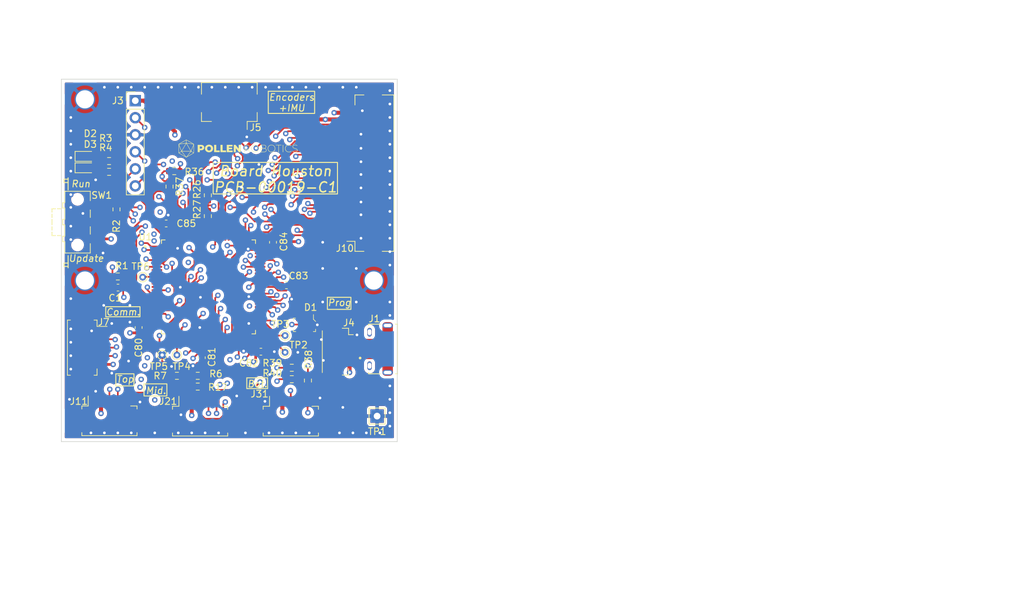
<source format=kicad_pcb>
(kicad_pcb (version 20211014) (generator pcbnew)
  (title_block (title "Carte Houston") (date "2023-04-14") (rev "C1") (company "Pollen Robotics"))
  (layers (0 "F.Cu" signal) (1 "In1.Cu" signal) (2 "In2.Cu" signal) (31 "B.Cu" signal) (34 "B.Paste" user) (35 "F.Paste" user) (36 "B.SilkS" user "B.Silkscreen") (37 "F.SilkS" user "F.Silkscreen") (38 "B.Mask" user) (39 "F.Mask" user) (44 "Edge.Cuts" user))
  (net 0 "")
  (net 1 "/Microcontroller/nRST")
  (net 2 "GND")
  (net 3 "/Microcontroller/Vbatt_div_10")
  (net 4 "+5V")
  (net 5 "+3V3")
  (net 6 "/Microcontroller/SDA")
  (net 7 "/Microcontroller/SCL")
  (net 8 "/Microcontroller/DP")
  (net 9 "/Microcontroller/DN")
  (net 10 "/Microcontroller/D-")
  (net 11 "VBUS")
  (net 12 "/Microcontroller/D+")
  (net 13 "Net-(D2-Pad2)")
  (net 15 "/Microcontroller/SWClk")
  (net 16 "/Microcontroller/SWDIO")
  (net 17 "/Microcontroller/SWO")
  (net 18 "/Microcontroller/SCK")
  (net 19 "/Microcontroller/MISO")
  (net 20 "/Microcontroller/MOSI")
  (net 21 "Net-(TP2-Pad1)")
  (net 22 "/Microcontroller/USART3_DE")
  (net 23 "/Microcontroller/USART3_Rx")
  (net 24 "/Microcontroller/USART3_Tx")
  (net 25 "Net-(J11-Pad5)")
  (net 26 "CS_Gyr")
  (net 27 "CS_Acc")
  (net 28 "CS_MBot")
  (net 29 "Net-(J21-Pad5)")
  (net 30 "Net-(J31-Pad4)")
  (net 31 "Net-(J31-Pad5)")
  (net 32 "Net-(R2-Pad2)")
  (net 33 "/Microcontroller/Hello")
  (net 34 "/Microcontroller/MTop_En")
  (net 35 "/Microcontroller/MTop_nFault")
  (net 36 "/Microcontroller/MTop_nRST")
  (net 37 "/Microcontroller/MMid_En")
  (net 38 "/Microcontroller/MMid_nFault")
  (net 39 "/Microcontroller/MMid_nRST")
  (net 40 "Tim1.1_PA8")
  (net 41 "/Microcontroller/MBot_En")
  (net 42 "/Microcontroller/MBot_nFault")
  (net 43 "/Microcontroller/MBot_nRST")
  (net 44 "Tim1.2_PA9")
  (net 45 "Tim2.1_PA15")
  (net 47 "Tim2.2_PD4")
  (net 48 "Net-(D3-Pad2)")
  (net 53 "Tim3.1_PE2")
  (net 54 "/Microcontroller/MTopCurrent_A")
  (net 55 "/Microcontroller/MTopCurrent_B")
  (net 56 "CS_MMid")
  (net 59 "/Microcontroller/MMidCurrent_A")
  (net 60 "/Microcontroller/MMidPWM_A")
  (net 61 "/Microcontroller/MMidPWM_C")
  (net 62 "/Microcontroller/MMidCurrent_B")
  (net 64 "/Microcontroller/MBotCurrent_A")
  (net 65 "/Microcontroller/MBotCurrent_B")
  (net 66 "Net-(TP3-Pad1)")
  (net 69 "/Microcontroller/MTopPWM_A")
  (net 70 "/Microcontroller/MTopPWM_B")
  (net 71 "/Microcontroller/MTopPWM_C")
  (net 73 "/Microcontroller/MBotPWM_A")
  (net 74 "/Microcontroller/MBotPWM_B")
  (net 75 "/Microcontroller/MBotPWM_C")
  (net 79 "/Microcontroller/MMidPWM_B")
  (net 84 "CS_MTop")
  (net 87 "/Microcontroller/Error")
  (net 88 "Net-(TP4-Pad1)")
  (net 89 "Tim1.ETR_PE7")
  (net 90 "Tim1.3_PA10")
  (net 91 "Tim2.ETR_PD3")
  (net 92 "Tim2.3_PD7")
  (net 93 "Tim3.ETR_PD2")
  (net 94 "Tim3.3_PE4")
  (net 95 "IT_PC0")
  (net 96 "IT_PE6")
  (net 97 "Tim3.2_PE3")
  (net 98 "Net-(TP6-Pad1)")
  (net 100 "Net-(R2-Pad1)")
  (footprint "Connector_PinHeader_2.54mm:PinHeader_1x06_P2.54mm_Vertical" (layer "F.Cu") (at 132.1 75)
    (property "Reference" "J3")
    (property "Value" "SIL6")
    (fp_text reference "J3")
    (fp_text value "DNP - SIL6")
  )
  (footprint "Connector_FFC-FPC:Hirose_FH12-10S-0.5SH_1x10-1MP_P0.50mm_Horizontal" (layer "F.Cu") (at 146.1 76.8 180)
    (property "Reference" "J1")
    (property "Value" "Conn_01x10_MountingPin")
    (fp_text reference "J5")
    (fp_text value "FFC 0,5 mm 10w")
  )
  (footprint "Resistor_SMD:R_0603_1608Metric" (layer "F.Cu") (at 142.9 92.2 90)
    (fp_text reference "R27")
    (fp_text value "0R")
  )
  (footprint "Connector_Molex:Molex_PicoBlade_53261-0571_1x05-1MP_P1.25mm_Horizontal" (layer "F.Cu") (at 128.25 122.2)
    (property "Reference" "J11")
    (property "Value" "PicoBlade5")
    (fp_text reference "J11")
    (fp_text value "Pico5")
  )
  (footprint "Fiducial:Fiducial_1mm_Mask2mm" (layer "F.Cu") (at 161 74)
    (fp_text reference "FID1" hide)
    (fp_text value "DNP - Fiducial")
  )
  (footprint "MountingHole:MountingHole_2.7mm_M2.5_DIN965_Pad_TopOnly" (layer "F.Cu") (at 124.6 74.8)
    (fp_text reference "H1" hide)
    (fp_text value "DNP - M2,5 MountingHole_Pad")
  )
  (footprint "Resistor_SMD:R_0603_1608Metric" (layer "F.Cu") (at 128.2 84)
    (fp_text reference "R3")
    (fp_text value "470R")
  )
  (footprint "Button_Switch_SMD:SW_SPDT_CK-JS102011SAQN" (layer "F.Cu") (at 123.5 93.1 -90)
    (property "Reference" "SW1")
    (property "Value" "SW_SPDT")
    (fp_text reference "SW1")
    (fp_text value "SW_SPDT")
  )
  (footprint "Capacitor_SMD:C_0603_1608Metric" (layer "F.Cu") (at 136.7 93.3 180)
    (fp_text reference "C85")
    (fp_text value "100n 6V3")
  )
  (footprint "LED_SMD:LED_0603_1608Metric_Pad1.05x0.95mm_HandSolder" (layer "F.Cu") (at 124.8 83.3)
    (fp_text reference "D2")
    (fp_text value "Green")
  )
  (footprint "Lib_Pollen:QFP50P1600X1600X160-100N" (layer "F.Cu") (at 143 102.75)
    (fp_text reference "U1")
    (fp_text value "STM32G474")
  )
  (footprint "Resistor_SMD:R_0603_1608Metric" (layer "F.Cu") (at 137.9025 85.5)
    (fp_text reference "R36")
    (fp_text value "DNP-0R")
  )
  (footprint "Lib_Pollen:TestPoint_THTPad_D1.0mm_Drill0.4mm" (layer "F.Cu") (at 154.4 110)
    (fp_text reference "TP3")
    (fp_text value "DNP - TestPoint_Small")
  )
  (footprint "Capacitor_SMD:C_0603_1608Metric" (layer "F.Cu") (at 129.525 102.85 180)
    (fp_text reference "C1")
    (fp_text value "100n 6V3")
  )
  (footprint "MountingHole:MountingHole_2.7mm_M2.5_DIN965_Pad_TopOnly" (layer "F.Cu") (at 167.6 101.8)
    (fp_text reference "H2" hide)
    (fp_text value "DNP - M2,5 MountingHole_Pad")
  )
  (footprint "Lib_Pollen:Amphenol_10118194-0001LF" (layer "F.Cu") (at 169.6725 112 90)
    (fp_text reference "J1")
    (fp_text value "10118194-0001LF")
  )
  (footprint "Resistor_SMD:R_0603_1608Metric" (layer "F.Cu") (at 142.9 89.1 90)
    (fp_text reference "R26")
    (fp_text value "DNP-0R")
  )
  (footprint "Resistor_SMD:R_0603_1608Metric" (layer "F.Cu") (at 129.5 101.2)
    (fp_text reference "R1")
    (fp_text value "100k")
  )
  (footprint "TestPoint:TestPoint_THTPad_2.0x2.0mm_Drill1.0mm" (layer "F.Cu") (at 168.1 122)
    (property "Reference" "TP1")
    (property "Value" "DNP TestPoint_Small")
    (fp_text reference "TP1")
    (fp_text value "DNP - TestPoint_Small")
  )
  (footprint "Resistor_SMD:R_0603_1608Metric" (layer "F.Cu") (at 138.3 116 180)
    (fp_text reference "R7")
    (fp_text value "DNP-9k1")
  )
  (footprint "Resistor_SMD:R_0603_1608Metric" (layer "F.Cu") (at 137.2 87.8 90)
    (fp_text reference "R37")
    (fp_text value "DNP-0R")
  )
  (footprint "LED_SMD:LED_0603_1608Metric_Pad1.05x0.95mm_HandSolder" (layer "F.Cu") (at 124.8 85)
    (fp_text reference "D3")
    (fp_text value "Red")
  )
  (footprint "Fiducial:Fiducial_1mm_Mask2mm" (layer "F.Cu") (at 138 75)
    (fp_text reference "FID2" hide)
    (fp_text value "DNP - Fiducial")
  )
  (footprint "MountingHole:MountingHole_2.7mm_M2.5_DIN965_Pad_TopOnly" (layer "F.Cu") (at 124.6 101.8)
    (fp_text reference "H3" hide)
    (fp_text value "DNP - M2,5 MountingHole_Pad")
  )
  (footprint "Capacitor_SMD:C_0603_1608Metric" (layer "F.Cu") (at 132.6 108.8 -90)
    (fp_text reference "C80")
    (fp_text value "100n 6V3")
  )
  (footprint "Lib_Pollen:TestPoint_THTPad_D1.0mm_Drill0.4mm" (layer "F.Cu") (at 136.1 112.9)
    (fp_text reference "TP5")
    (fp_text value "DNP - TestPoint_Small")
  )
  (footprint "Resistor_SMD:R_0603_1608Metric" (layer "F.Cu") (at 128.2 85.6)
    (fp_text reference "R4")
    (fp_text value "470R")
  )
  (footprint "Lib_Pollen:TestPoint_THTPad_D1.0mm_Drill0.4mm" (layer "F.Cu") (at 154.4 112.5)
    (property "Reference" "TP2")
    (property "Value" "DNP TestPoint_Small")
    (fp_text reference "TP2")
    (fp_text value "DNP - TestPoint_Small")
  )
  (footprint "Lib_Pollen:Logo_Pollen_2021" (layer "F.Cu") (at 147.457836 79.58575)
    (fp_text reference "H6" hide)
    (fp_text value "DNP - Logo Pollen 2021")
  )
  (footprint "Lib_Pollen:TestPoint_THTPad_D1.0mm_Drill0.4mm" (layer "F.Cu") (at 133.2 101.3)
    (property "Reference" "TP2")
    (property "Value" "DNP TestPoint_Small")
    (fp_text reference "TP6")
    (fp_text value "DNP - TestPoint_Small")
  )
  (footprint "Resistor_SMD:R_0603_1608Metric" (layer "F.Cu") (at 141.4 117.6)
    (fp_text reference "R17")
    (fp_text value "0R")
  )
  (footprint "Resistor_SMD:R_0603_1608Metric" (layer "F.Cu") (at 141.4 116 180)
    (fp_text reference "R6")
    (fp_text value "DNP-4k7")
  )
  (footprint "Capacitor_SMD:C_0603_1608Metric" (layer "F.Cu") (at 154.6 102.5 180)
    (fp_text reference "C83")
    (fp_text value "100n 6V3")
  )
  (footprint "Resistor_SMD:R_0603_1608Metric" (layer "F.Cu") (at 155.4 114.8 180)
    (fp_text reference "R39")
    (fp_text value "0R")
  )
  (footprint "Connector_Molex:Molex_PicoBlade_53261-0571_1x05-1MP_P1.25mm_Horizontal" (layer "F.Cu") (at 124.7 111.8 -90)
    (property "Reference" "J7")
    (property "Value" "PicoBlade5")
    (fp_text reference "J7")
    (fp_text value "Pico5")
  )
  (footprint "Connector_Molex:Molex_PicoBlade_53261-0571_1x05-1MP_P1.25mm_Horizontal" (layer "F.Cu") (at 141.75 122.25)
    (fp_text reference "J21")
    (fp_text value "Pico5")
  )
  (footprint "Resistor_SMD:R_0603_1608Metric" (layer "F.Cu") (at 129.3 91.2 90)
    (fp_text reference "R2")
    (fp_text value "10k")
  )
  (footprint "Fiducial:Fiducial_1mm_Mask2mm" (layer "F.Cu") (at 165 122)
    (fp_text reference "FID3" hide)
    (fp_text value "DNP - Fiducial")
  )
  (footprint "Connector_FFC-FPC:Hirose_FH12-40S-0.5SH_1x40-1MP_P0.50mm_Horizontal" (layer "F.Cu") (at 166.1 85.8 90)
    (fp_text reference "J10")
    (fp_text value "FFC 0,5 mm 40w")
  )
  (footprint "Lib_Pollen:TestPoint_THTPad_D1.0mm_Drill0.4mm" (layer "F.Cu") (at 138.3 112.9)
    (fp_text reference "TP4")
    (fp_text value "DNP - TestPoint_Small")
  )
  (footprint "Capacitor_SMD:C_0603_1608Metric" (layer "F.Cu") (at 150.8 112.4 180)
    (fp_text reference "C82")
    (fp_text value "100n 6V3")
  )
  (footprint "Connector_Molex:Molex_PicoBlade_53398-0471_1x04-1MP_P1.25mm_Vertical" (layer "F.Cu") (at 162.65 112.4 -90)
    (property "Reference" "J4")
    (property "Value" "PicoBlade4")
    (fp_text reference "J4")
    (fp_text value "Pico4")
  )
  (footprint "Resistor_SMD:R_0603_1608Metric" (layer "F.Cu") (at 157.8 116.7 90)
    (fp_text reference "R38")
    (fp_text value "0R")
  )
  (footprint "Connector_Molex:Molex_PicoBlade_53261-0571_1x05-1MP_P1.25mm_Horizontal" (layer "F.Cu") (at 155.25 122.25)
    (fp_text reference "J31")
    (fp_text value "Pico5")
  )
  (footprint "Resistor_SMD:R_0603_1608Metric" (layer "F.Cu") (at 155.4 116.5 180)
    (fp_text reference "R40")
    (fp_text value "DNP-0R")
  )
  (footprint "Lib_Pollen:SOT23-6L" (layer "F.Cu") (at 157.3 108.4 180)
    (fp_text reference "D1")
    (fp_text value "USBLC6-2SC6")
  )
  (footprint "Capacitor_SMD:C_0603_1608Metric" (layer "F.Cu") (at 152.6 96.1 90)
    (fp_text reference "C84")
    (fp_text value "100n 6V3")
  )
  (footprint "Capacitor_SMD:C_0603_1608Metric" (layer "F.Cu") (at 142 113.3 90)
    (fp_text reference "C81")
    (fp_text value "100n 6V3")
  )
  (gr_line (start 121.5 87.2) (end 121.5 86.7) (layer "F.SilkS") (width 0.15))
  (gr_line (start 122.1 87.2) (end 121.5 87.2) (layer "F.SilkS") (width 0.15))
  (gr_line (start 121.5 99.2) (end 122.1 99.2) (layer "F.SilkS") (width 0.15))
  (gr_line (start 121.5 99.7) (end 121.5 99.2) (layer "F.SilkS") (width 0.15))
  (gr_rect (start 151.9 76.9) (end 158.8 73.6) (layer "F.SilkS") (width 0.15) (fill none))
  (gr_rect (start 148.7 117.9) (end 151.8 116.3) (layer "F.SilkS") (width 0.15) (fill none))
  (gr_line (start 122.1 99.7) (end 121.5 99.7) (layer "F.SilkS") (width 0.15))
  (gr_rect (start 132.8 107.2) (end 127.7 105.7) (layer "F.SilkS") (width 0.15) (fill none))
  (gr_line (start 121.5 86.7) (end 122.1 86.7) (layer "F.SilkS") (width 0.15))
  (gr_rect (start 162.2 88.9) (end 143.7 84.2) (layer "F.SilkS") (width 0.15) (fill none))
  (gr_rect (start 136.8 119) (end 133.4 117.2) (layer "F.SilkS") (width 0.15) (fill none))
  (gr_line (start 122.1 98.1) (end 122.1 99.9) (layer "F.SilkS") (width 0.15))
  (gr_rect (start 129.2 115.7) (end 131.9 117.5) (layer "F.SilkS") (width 0.15) (fill none))
  (gr_line (start 122.1 86.5) (end 122.1 88.3) (layer "F.SilkS") (width 0.15))
  (gr_rect (start 164.2 106.1) (end 160.7 104.3) (layer "F.SilkS") (width 0.15) (fill none))
  (gr_line (start 121.1 71.8) (end 171.1 71.8) (layer "Edge.Cuts") (width 0.1))
  (gr_line (start 121.1 125.8) (end 121.1 71.8) (layer "Edge.Cuts") (width 0.1))
  (gr_line (start 171.1 125.8) (end 121.1 125.8) (layer "Edge.Cuts") (width 0.1))
  (gr_line (start 171.1 71.8) (end 171.1 125.8) (layer "Edge.Cuts") (width 0.1))
  (gr_text "Top" (at 130.6 116.5) (layer "F.SilkS") (effects (font (size 1 1) (thickness 0.15) italic)))
  (gr_text "Comm." (at 130.3 106.5) (layer "F.SilkS") (effects (font (size 1 1) (thickness 0.15) italic)))
  (gr_text "Bot." (at 150.3 117.2) (layer "F.SilkS") (effects (font (size 1 1) (thickness 0.15) italic)))
  (gr_text "Run" (at 124 87.4) (layer "F.SilkS") (effects (font (size 1 1) (thickness 0.15) italic)))
  (gr_text "Encoders\n+IMU" (at 155.4 75.3) (layer "F.SilkS") (effects (font (size 1 1) (thickness 0.15) italic)))
  (gr_text "Prog" (at 162.5 105.1) (layer "F.SilkS") (effects (font (size 1 1) (thickness 0.15) italic)))
  (gr_text "Update" (at 124.8 98.5) (layer "F.SilkS") (effects (font (size 1 1) (thickness 0.15) italic)))
  (gr_text "Mid." (at 135.2 118.2) (layer "F.SilkS") (effects (font (size 1 1) (thickness 0.15) italic)))
  (gr_text "Board Houston\nPCB-00019-C1" (at 153 86.7) (layer "F.SilkS") (effects (font (size 1.5 1.5) (thickness 0.22) italic)))
  (segment (start 130.3 104.2) (end 130.4 104.3) (width 0.25) (layer "F.Cu") (net 1))
  (segment (start 130.325 102.825) (end 130.3 102.85) (width 0.25) (layer "F.Cu") (net 1))
  (segment (start 130.7 86.56) (end 132.1 85.16) (width 0.25) (layer "F.Cu") (net 1))
  (segment (start 133.7 90.6) (end 132.6 89.5) (width 0.25) (layer "F.Cu") (net 1))
  (segment (start 136.95 103.25) (end 137 103.2) (width 0.25) (layer "F.Cu") (net 1))
  (segment (start 130.7 88.7) (end 130.7 86.56) (width 0.25) (layer "F.Cu") (net 1))
  (segment (start 135.32 103.25) (end 136.95 103.25) (width 0.25) (layer "F.Cu") (net 1))
  (segment (start 130.325 101.2) (end 130.325 100.775) (width 0.25) (layer "F.Cu") (net 1))
  (segment (start 131.35048 99.74952) (end 131.35048 94.44952) (width 0.25) (layer "F.Cu") (net 1))
  (segment (start 133.7 92.1) (end 133.7 90.6) (width 0.25) (layer "F.Cu") (net 1))
  (segment (start 132.6 89.5) (end 131.5 89.5) (width 0.25) (layer "F.Cu") (net 1))
  (segment (start 131.5 89.5) (end 130.7 88.7) (width 0.25) (layer "F.Cu") (net 1))
  (segment (start 130.325 101.2) (end 130.325 102.825) (width 0.25) (layer "F.Cu") (net 1))
  (segment (start 130.325 100.775) (end 131.35048 99.74952) (width 0.25) (layer "F.Cu") (net 1))
  (segment (start 131.35048 94.44952) (end 133.7 92.1) (width 0.25) (layer "F.Cu") (net 1))
  (segment (start 130.3 102.85) (end 130.3 104.2) (width 0.25) (layer "F.Cu") (net 1))
  (via (at 137 103.2) (size 0.8) (drill 0.4) (layers "F.Cu" "B.Cu") (net 1))
  (via (at 130.4 104.3) (size 0.8) (drill 0.4) (layers "F.Cu" "B.Cu") (net 1))
  (segment (start 154.57548 103.29952) (end 155.375 102.5) (width 0.25) (layer "F.Cu") (net 2))
  (segment (start 137.475 92.524509) (end 137 92.049509) (width 0.25) (layer "F.Cu") (net 2))
  (segment (start 141.325 114.075) (end 140.7 114.7) (width 0.25) (layer "F.Cu") (net 2))
  (segment (start 132.6 108.025) (end 131.325 108.025) (width 0.25) (layer "F.Cu") (net 2))
  (segment (start 125.75 119.8) (end 125.75 118.75) (width 0.25) (layer "F.Cu") (net 2))
  (segment (start 136.1 113.8) (end 136.9 114.6) (width 0.25) (layer "F.Cu") (net 2))
  (segment (start 142 114.075) (end 141.325 114.075) (width 0.25) (layer "F.Cu") (net 2))
  (segment (start 164.25 80.05) (end 165.65 80.05) (width 0.25) (layer "F.Cu") (net 2))
  (segment (start 148 112.0755) (end 148.2245 112.3) (width 0.25) (layer "F.Cu") (net 2))
  (segment (start 165.1 110.7) (end 164.175 110.7) (width 0.25) (layer "F.Cu") (net 2))
  (segment (start 148 110.43) (end 148 112.0755) (width 0.25) (layer "F.Cu") (net 2))
  (segment (start 133.775 108.025) (end 132.6 108.025) (width 0.25) (layer "F.Cu") (net 2))
  (segment (start 139.25 119.85) (end 139.25 121.45) (width 0.25) (layer "F.Cu") (net 2))
  (segment (start 165.65 95.55) (end 165.7 95.5) (width 0.25) (layer "F.Cu") (net 2))
  (segment (start 123 85) (end 122.5 85.5) (width 0.25) (layer "F.Cu") (net 2))
  (segment (start 159.2 108.4) (end 160.725 108.4) (width 0.25) (layer "F.Cu") (net 2))
  (segment (start 137.5 93.325) (end 137.475 93.3) (width 0.25) (layer "F.Cu") (net 2))
  (segment (start 153.372382 103.29952) (end 154.57548 103.29952) (width 0.25) (layer "F.Cu") (net 2))
  (segment (start 164.25 76.05) (end 165.45 76.05) (width 0.25) (layer "F.Cu") (net 2))
  (segment (start 148.35 80.05) (end 148.7 80.4) (width 0.25) (layer "F.Cu") (net 2))
  (segment (start 125.75 118.75) (end 126.2 118.3) (width 0.25) (layer "F.Cu") (net 2))
  (segment (start 165.65 84.05) (end 165.7 84.1) (width 0.25) (layer "F.Cu") (net 2))
  (segment (start 140.7 114.530664) (end 140.684668 114.515332) (width 0.25) (layer "F.Cu") (net 2))
  (segment (start 152.7 119.8) (end 151.4 119.8) (width 0.25) (layer "F.Cu") (net 2))
  (segment (start 160.725 108.4) (end 161.15 107.975) (width 0.25) (layer "F.Cu") (net 2))
  (segment (start 164.25 92.05) (end 165.65 92.05) (width 0.25) (layer "F.Cu") (net 2))
  (segment (start 165.45 76.05) (end 165.9 76.5) (width 0.25) (layer "F.Cu") (net 2))
  (segment (start 155.375 102.5) (end 155.375 104.575) (width 0.25) (layer "F.Cu") (net 2))
  (segment (start 137.475 114.625) (end 137.5 114.6) (width 0.25) (layer "F.Cu") (net 2))
  (segment (start 150.68 102.75) (end 152.822862 102.75) (width 0.25) (layer "F.Cu") (net 2))
  (segment (start 165.65 88.05) (end 165.7 88) (width 0.25) (layer "F.Cu") (net 2))
  (segment (start 165.65 90.05) (end 165.7 90.1) (width 0.25) (layer "F.Cu") (net 2))
  (segment (start 136.1 112.9) (end 136.1 113.8) (width 0.25) (layer "F.Cu") (net 2))
  (segment (start 157.3 107.25) (end 157.3 107.9) (width 0.25) (layer "F.Cu") (net 2))
  (segment (start 165.1 110.7) (end 165.1 109.9) (width 0.25) (layer "F.Cu") (net 2))
  (segment (start 164.25 95.55) (end 165.65 95.55) (width 0.25) (layer "F.Cu") (net 2))
  (segment (start 164.25 86.05) (end 165.65 86.05) (width 0.25) (layer "F.Cu") (net 2))
  (segment (start 141.5 110.43) (end 141.5 109) (width 0.25) (layer "F.Cu") (net 2))
  (segment (start 165.65 86.05) (end 165.7 86) (width 0.25) (layer "F.Cu") (net 2))
  (segment (start 165.65 92.05) (end 165.7 92) (width 0.25) (layer "F.Cu") (net 2))
  (segment (start 150.68 97.25) (end 149.05 97.25) (width 0.25) (layer "F.Cu") (net 2))
  (segment (start 135.32 107.75) (end 134.05 107.75) (width 0.25) (layer "F.Cu") (net 2))
  (segment (start 137.475 116) (end 137.475 114.625) (width 0.25) (layer "F.Cu") (net 2))
  (segment (start 149.05 97.25) (end 148.9 97.1) (width 0.25) (layer "F.Cu") (net 2))
  (segment (start 126.25 90.6) (end 125.5 90.6) (width 0.4) (layer "F.Cu") (net 2))
  (segment (start 155.4 104.6) (end 155.375 104.575) (width 0.25) (layer "F.Cu") (net 2))
  (segment (start 140.7 114.7) (end 140.7 114.530664) (width 0.25) (layer "F.Cu") (net 2))
  (segment (start 150.68 97.25) (end 152.225 97.25) (width 0.25) (layer "F.Cu") (net 2))
  (segment (start 125.5 90.6) (end 124.3 91.8) (width 0.4) (layer "F.Cu") (net 2))
  (segment (start 164.175 110.7) (end 164 110.525) (width 0.25) (layer "F.Cu") (net 2))
  (segment (start 152.225 97.25) (end 152.6 96.875) (width 0.25) (layer "F.Cu") (net 2))
  (segment (start 139.25 121.45) (end 138.9 121.8) (width 0.25) (layer "F.Cu") (net 2))
  (segment (start 152.75 119.85) (end 152.7 119.8) (width 0.25) (layer "F.Cu") (net 2))
  (segment (start 164.25 88.05) (end 165.65 88.05) (width 0.25) (layer "F.Cu") (net 2))
  (segment (start 165.65 82.05) (end 165.7 82.1) (width 0.25) (layer "F.Cu") (net 2))
  (segment (start 164.25 90.05) (end 165.65 90.05) (width 0.25) (layer "F.Cu") (net 2))
  (segment (start 157.8 108.4) (end 159.2 108.4) (width 0.25) (layer "F.Cu") (net 2))
  (segment (start 137.475 93.3) (end 137.475 92.524509) (width 0.25) (layer "F.Cu") (net 2))
  (segment (start 131.325 108.025) (end 131.3 108) (width 0.25) (layer "F.Cu") (net 2))
  (segment (start 148.35 78.65) (end 148.35 80.05) (width 0.25) (layer "F.Cu") (net 2))
  (segment (start 134.05 107.75) (end 133.775 108.025) (width 0.25) (layer "F.Cu") (net 2))
  (segment (start 141.5 109) (end 141.7 108.8) (width 0.25) (layer "F.Cu") (net 2))
  (segment (start 157.3 107.9) (end 157.8 108.4) (width 0.25) (layer "F.Cu") (net 2))
  (segment (start 122.7 83.3) (end 122.5 83.5) (width 0.25) (layer "F.Cu") (net 2))
  (segment (start 151.575 112.4) (end 152.8 112.4) (width 0.25) (layer "F.Cu") (net 2))
  (segment (start 127.1 109.3) (end 125.6 109.3) (width 0.25) (layer "F.Cu") (net 2))
  (segment (start 164.25 82.05) (end 165.65 82.05) (width 0.25) (layer "F.Cu") (net 2))
  (segment (start 152.822862 102.75) (end 153.372382 103.29952) (width 0.25) (layer "F.Cu") (net 2))
  (segment (start 165.65 80.05) (end 165.7 80) (width 0.25) (layer "F.Cu") (net 2))
  (segment (start 123.925 85) (end 123 85) (width 0.25) (layer "F.Cu") (net 2))
  (segment (start 123.925 83.3) (end 122.7 83.3) (width 0.25) (layer "F.Cu") (net 2))
  (segment (start 164.25 84.05) (end 165.65 84.05) (width 0.25) (layer "F.Cu") (net 2))
  (segment (start 136.9 114.6) (end 137.5 114.6) (width 0.25) (layer "F.Cu") (net 2))
  (segment (start 137.5 95.07) (end 137.5 93.325) (width 0.25) (layer "F.Cu") (net 2))
  (segment (start 166.9725 110.7) (end 165.1 110.7) (width 0.25) (layer "F.Cu") (net 2))
  (via (at 139.5 73) (size 0.8) (drill 0.4) (layers "F.Cu" "B.Cu") (net 2))
  (via (at 170 95.5) (size 0.8) (drill 0.4) (layers "F.Cu" "B.Cu") (net 2))
  (via (at 165.9 76.5) (size 0.8) (drill 0.4) (layers "F.Cu" "B.Cu") (net 2))
  (via (at 137 92.049509) (size 0.8) (drill 0.4) (layers "F.Cu" "B.Cu") (net 2))
  (via (at 149 108.2) (size 0.8) (drill 0.4) (layers "F.Cu" "B.Cu") (net 2))
  (via (at 165.7 92) (size 0.8) (drill 0.4) (layers "F.Cu" "B.Cu") (net 2))
  (via (at 170 121.5) (size 0.8) (drill 0.4) (layers "F.Cu" "B.Cu") (net 2))
  (via (at 170 87.5) (size 0.8) (drill 0.4) (layers "F.Cu" "B.Cu") (net 2))
  (via (at 170 117.5) (size 0.8) (drill 0.4) (layers "F.Cu" "B.Cu") (net 2))
  (via (at 156 124.5) (size 0.8) (drill 0.4) (layers "F.Cu" "B.Cu") (net 2))
  (via (at 127.3 97.7) (size 0.8) (drill 0.4) (layers "F.Cu" "B.Cu") (net 2))
  (via (at 124.3 91.8) (size 0.8) (drill 0.4) (layers "F.Cu" "B.Cu") (net 2))
  (via (at 165.7 80) (size 0.8) (drill 0.4) (layers "F.Cu" "B.Cu") (net 2))
  (via (at 127.5 73) (size 0.8) (drill 0.4) (layers "F.Cu" "B.Cu") (net 2))
  (via (at 122.5 115) (size 0.8) (drill 0.4) (layers "F.Cu" "B.Cu") (net 2))
  (via (at 131.5 124.5) (size 0.8) (drill 0.4) (layers "F.Cu" "B.Cu") (net 2))
  (via (at 128.6 115.6) (size 0.8) (drill 0.4) (layers "F.Cu" "B.Cu") (net 2))
  (via (at 157.5 73) (size 0.8) (drill 0.4) (layers "F.Cu" "B.Cu") (net 2))
  (via (at 122.5 95.7) (size 0.8) (drill 0.4) (layers "F.Cu" "B.Cu") (net 2))
  (via (at 152.1 115.8) (size 0.8) (drill 0.4) (layers "F.Cu" "B.Cu") (net 2))
  (via (at 158 124.5) (size 0.8) (drill 0.4) (layers "F.Cu" "B.Cu") (net 2))
  (via (at 126.2 118.3) (size 0.8) (drill 0.4) (layers "F.Cu" "B.Cu") (net 2))
  (via (at 122.5 109) (size 0.8) (drill 0.4) (layers "F.Cu" "B.Cu") (net 2))
  (via (at 170 107) (size 0.8) (drill 0.4) (layers "F.Cu" "B.Cu") (net 2))
  (via (at 140.684668 114.515332) (size 0.8) (drill 0.4) (layers "F.Cu" "B.Cu") (net 2))
  (via (at 135 124.5) (size 0.8) (drill 0.4) (layers "F.Cu" "B.Cu") (net 2))
  (via (at 138.9 121.8) (size 0.8) (drill 0.4) (layers "F.Cu" "B.Cu") (net 2))
  (via (at 165 73) (size 0.8) (drill 0.4) (layers "F.Cu" "B.Cu") (net 2))
  (via (at 170 105) (size 0.8) (drill 0.4) (layers "F.Cu" "B.Cu") (net 2))
  (via (at 141.5 73) (size 0.8) (drill 0.4) (layers "F.Cu" "B.Cu") (net 2))
  (via (at 125.5 124.5) (size 0.8) (drill 0.4) (layers "F.Cu" "B.Cu") (net 2))
  (via (at 160 100) (size 0.8) (drill 0.4) (layers "F.Cu" "B.Cu") (net 2))
  (via (at 122.5 79.5) (size 0.8) (drill 0.4) (layers "F.Cu" "B.Cu") (net 2))
  (via (at 170 123.5) (size 0.8) (drill 0.4) (layers "F.Cu" "B.Cu") (net 2))
  (via (at 165.7 90.1) (size 0.8) (drill 0.4) (layers "F.Cu" "B.Cu") (net 2))
  (via (at 137.5 73) (size 0.8) (drill 0.4) (layers "F.Cu" "B.Cu") (net 2))
  (via (at 165.7 82.1) (size 0.8) (drill 0.4) (layers "F.Cu" "B.Cu") (net 2))
  (via (at 122.5 77.5) (size 0.8) (drill 0.4) (layers "F.Cu" "B.Cu") (net 2))
  (via (at 170 119.5) (size 0.8) (drill 0.4) (layers "F.Cu" "B.Cu") (net 2))
  (via (at 122.3 119.5) (size 0.8) (drill 0.4) (layers "F.Cu" "B.Cu") (net 2))
  (via (at 163 120.7) (size 0.8) (drill 0.4) (layers "F.Cu" "B.Cu") (net 2))
  (via (at 170 73.5) (size 0.8) (drill 0.4) (layers "F.Cu" "B.Cu") (net 2))
  (via (at 170 97.5) (size 0.8) (drill 0.4) (layers "F.Cu" "B.Cu") (net 2))
  (via (at 150.5 84.5) (size 0.8) (drill 0.4) (layers "F.Cu" "B.Cu") (net 2))
  (via (at 151.5 73) (size 0.8) (drill 0.4) (layers "F.Cu" "B.Cu") (net 2))
  (via (at 128.6 108.2) (size 0.8) (drill 0.4) (layers "F.Cu" "B.Cu") (net 2))
  (via (at 138.4 97) (size 0.8) (drill 0.4) (layers "F.Cu" "B.Cu") (net 2))
  (via (at 125.6 109.3) (size 0.8) (drill 0.4) (layers "F.Cu" "B.Cu") (net 2))
  (via (at 148.9 97.1) (size 0.8) (drill 0.4) (layers "F.Cu" "B.Cu") (net 2))
  (via (at 170 85.5) (size 0.8) (drill 0.4) (layers "F.Cu" "B.Cu") (net 2))
  (via (at 135.5 73) (size 0.8) (drill 0.4) (layers "F.Cu" "B.Cu") (net 2))
  (via (at 170 83.5) (size 0.8) (drill 0.4) (layers "F.Cu" "B.Cu") (net 2))
  (via (at 131.5 73) (size 0.8) (drill 0.4) (layers "F.Cu" "B.Cu") (net 2))
  (via (at 165.7 88) (size 0.8) (drill 0.4) (layers "F.Cu" "B.Cu") (net 2))
  (via (at 170 99.5) (size 0.8) (drill 0.4) (layers "F.Cu" "B.Cu") (net 2))
  (via (at 155.375 104.575) (size 0.8) (drill 0.4) (layers "F.Cu" "B.Cu") (net 2))
  (via (at 138.5 124.5) (size 0.8) (drill 0.4) (layers "F.Cu" "B.Cu") (net 2))
  (via (at 170 93.5) (size 0.8) (drill 0.4) (layers "F.Cu" "B.Cu") (net 2))
  (via (at 162.5 124.5) (size 0.8) (drill 0.4) (layers "F.Cu" "B.Cu") (net 2))
  (via (at 129.5 73) (size 0.8) (drill 0.4) (layers "F.Cu" "B.Cu") (net 2))
  (via (at 148.2245 112.3) (size 0.8) (drill 0.4) (layers "F.Cu" "B.Cu") (net 2))
  (via (at 151.4 119.8) (size 0.8) (drill 0.4) (layers "F.Cu" "B.Cu") (net 2))
  (via (at 140.5 124.5) (size 0.8) (drill 0.4) (layers "F.Cu" "B.Cu") (net 2))
  (via (at 165 100) (size 0.8) (drill 0.4) (layers "F.Cu" "B.Cu") (net 2))
  (via (at 122.5 89) (size 0.8) (drill 0.4) (layers "F.Cu" "B.Cu") (net 2))
  (via (at 170 75.5) (size 0.8) (drill 0.4) (layers "F.Cu" "B.Cu") (net 2))
  (via (at 156.3 112.5) (size 0.8) (drill 0.4) (layers "F.Cu" "B.Cu") (net 2))
  (via (at 147.9 87.9) (size 0.8) (drill 0.4) (layers "F.Cu" "B.Cu") (net 2))
  (via (at 127.5 124.5) (size 0.8) (drill 0.4) (layers "F.Cu" "B.Cu") (net 2))
  (via (at 160 105) (size 0.8) (drill 0.4) (layers "F.Cu" "B.Cu") (net 2))
  (via (at 168.5 124.5) (size 0.8) (drill 0.4) (layers "F.Cu" "B.Cu") (net 2))
  (via (at 159.5 73) (size 0.8) (drill 0.4) (layers "F.Cu" "B.Cu") (net 2))
  (via (at 143.5 73) (size 0.8) (drill 0.4) (layers "F.Cu" "B.Cu") (net 2))
  (via (at 153.5 73) (size 0.8) (drill 0.4) (layers "F.Cu" "B.Cu") (net 2))
  (via (at 149.5 73) (size 0.8) (drill 0.4) (layers "F.Cu" "B.Cu") (net 2))
  (via (at 149 104.2) (size 0.8) (drill 0.4) (layers "F.Cu" "B.Cu") (net 2))
  (via (at 122.5 93.7) (size 0.8) (drill 0.4) (layers "F.Cu" "B.Cu") (net 2))
  (via (at 152.8 112.4) (size 0.8) (drill 0.4) (layers "F.Cu" "B.Cu") (net 2))
  (via (at 122.5 113) (size 0.8) (drill 0.4) (layers "F.Cu" "B.Cu") (net 2))
  (via (at 131.1 113.8) (size 0.8) (drill 0.4) (layers "F.Cu" "B.Cu") (net 2))
  (via (at 141.7 108.8) (size 0.8) (drill 0.4) (layers "F.Cu" "B.Cu") (net 2))
  (via (at 170 77.5) (size 0.8) (drill 0.4) (layers "F.Cu" "B.Cu") (net 2))
  (via (at 132.8 119.9) (size 0.8) (drill 0.4) (layers "F.Cu" "B.Cu") (net 2))
  (via (at 165.7 95.5) (size 0.8) (drill 0.4) (layers "F.Cu" "B.Cu") (net 2))
  (via (at 131.3 108) (size 0.8) (drill 0.4) (layers "F.Cu" "B.Cu") (net 2))
  (via (at 126.2 86.8) (size 0.8) (drill 0.4) (layers "F.Cu" "B.Cu") (net 2))
  (via (at 155.5 73) (size 0.8) (drill 0.4) (layers "F.Cu" "B.Cu") (net 2))
  (via (at 165 105) (size 0.8) (drill 0.4) (layers "F.Cu" "B.Cu") (net 2))
  (via (at 165.1 109.9) (size 0.8) (drill 0.4) (layers "F.Cu" "B.Cu") (net 2))
  (via (at 170 89.5) (size 0.8) (drill 0.4) (layers "F.Cu" "B.Cu") (net 2))
  (via (at 163 73) (size 0.8) (drill 0.4) (layers "F.Cu" "B.Cu") (net 2))
  (via (at 129.5 124.5) (size 0.8) (drill 0.4) (layers "F.Cu" "B.Cu") (net 2))
  (via (at 154 124.5) (size 0.8) (drill 0.4) (layers "F.Cu" "B.Cu") (net 2))
  (via (at 138.8 102.8) (size 0.8) (drill 0.4) (layers "F.Cu" "B.Cu") (net 2))
  (via (at 122.5 85.5) (size 0.8) (drill 0.4) (layers "F.Cu" "B.Cu") (net 2))
  (via (at 147.5 73) (size 0.8) (drill 0.4) (layers "F.Cu" "B.Cu") (net 2))
  (via (at 166.5 124.5) (size 0.8) (drill 0.4) (layers "F.Cu" "B.Cu") (net 2))
  (via (at 159.2 108.4) (size 0.8) (drill 0.4) (layers "F.Cu" "B.Cu") (net 2))
  (via (at 133.5 73) (size 0.8) (drill 0.4) (layers "F.Cu" "B.Cu") (net 2))
  (via (at 131.3 105.5) (size 0.8) (drill 0.4) (layers "F.Cu" "B.Cu") (net 2))
  (via (at 122.5 90.9) (size 0.8) (drill 0.4) (layers "F.Cu" "B.Cu") (net 2))
  (via (at 145.5 73) (size 0.8) (drill 0.4) (layers "F.Cu" "B.Cu") (net 2))
  (via (at 147.2 119) (size 0.8) (drill 0.4) (layers "F.Cu" "B.Cu") (net 2))
  (via (at 170 91.5) (size 0.8) (drill 0.4) (layers "F.Cu" "B.Cu") (net 2))
  (via (at 170 79.5) (size 0.8) (drill 0.4) (layers "F.Cu" "B.Cu") (net 2))
  (via (at 142.5 124.5) (size 0.8) (drill 0.4) (layers "F.Cu" "B.Cu") (net 2))
  (via (at 165.7 84.1) (size 0.8) (drill 0.4) (layers "F.Cu" "B.Cu") (net 2))
  (via (at 144.5 124.5) (size 0.8) (drill 0.4) (layers "F.Cu" "B.Cu") (net 2))
  (via (at 122.5 83.5) (size 0.8) (drill 0.4) (layers "F.Cu" "B.Cu") (net 2))
  (via (at 148.5 124.5) (size 0.8) (drill 0.4) (layers "F.Cu" "B.Cu") (net 2))
  (via (at 122.5 81.5) (size 0.8) (drill 0.4) (layers "F.Cu" "B.Cu") (net 2))
  (via (at 160 96.1) (size 0.8) (drill 0.4) (layers "F.Cu" "B.Cu") (net 2))
  (via (at 141.8 104.3) (size 0.8) (drill 0.4) (layers "F.Cu" "B.Cu") (net 2))
  (via (at 159.8 110.6) (size 0.8) (drill 0.4) (layers "F.Cu" "B.Cu") (net 2))
  (via (at 148.7 80.4) (size 0.8) (drill 0.4) (layers "F.Cu" "B.Cu") (net 2))
  (via (at 165.7 86) (size 0.8) (drill 0.4) (layers "F.Cu" "B.Cu") (net 2))
  (via (at 164.5 124.5) (size 0.8) (drill 0.4) (layers "F.Cu" "B.Cu") (net 2))
  (via (at 127.4 105.5) (size 0.8) (drill 0.4) (layers "F.Cu" "B.Cu") (net 2))
  (via (at 122.5 111) (size 0.8) (drill 0.4) (layers "F.Cu" "B.Cu") (net 2))
  (via (at 170 81.5) (size 0.8) (drill 0.4) (layers "F.Cu" "B.Cu") (net 2))
  (via (at 160.1 113.7) (size 0.8) (drill 0.4) (layers "F.Cu" "B.Cu") (net 2))
  (via (at 152 124.5) (size 0.8) (drill 0.4) (layers "F.Cu" "B.Cu") (net 2))
  (via (at 137.5 114.6) (size 0.8) (drill 0.4) (layers "F.Cu" "B.Cu") (net 2))
  (via (at 122.5 104.5) (size 0.8) (drill 0.4) (layers "F.Cu" "B.Cu") (net 2))
  (via (at 159.6 119.3) (size 0.8) (drill 0.4) (layers "F.Cu" "B.Cu") (net 2))
  (segment (start 153.6255 78.55) (end 164.25 78.55) (width 0.25) (layer "F.Cu") (net 3))
  (segment (start 138 111.5) (end 138 110.43) (width 0.25) (layer "F.Cu") (net 3))
  (segment (start 137.6 111.9) (end 138 111.5) (width 0.25) (layer "F.Cu") (net 3))
  (segment (start 136.7 111.9) (end 137.6 111.9) (width 0.25) (layer "F.Cu") (net 3))
  (segment (start 150.1 82.0755) (end 153.6255 78.55) (width 0.25) (layer "F.Cu") (net 3))
  (segment (start 135.7 110) (end 135.7 110.9) (width 0.25) (layer "F.Cu") (net 3))
  (segment (start 135.7 110.9) (end 136.7 111.9) (width 0.25) (layer "F.Cu") (net 3))
  (via (at 150.1 82.0755) (size 0.8) (drill 0.4) (layers "F.Cu" "B.Cu") (net 3))
  (via (at 137.6 84) (size 0.8) (drill 0.4) (layers "F.Cu" "B.Cu") (net 3))
  (via (at 135.7 110) (size 0.8) (drill 0.4) (layers "F.Cu" "B.Cu") (net 3))
  (segment (start 154 119.85) (end 154 121.4) (width 0.6) (layer "F.Cu") (net 4))
  (segment (start 162.6 76.8) (end 161.7 76.8) (width 0.6) (layer "F.Cu") (net 4))
  (segment (start 127 121.6) (end 127 119.8) (width 0.6) (layer "F.Cu") (net 4))
  (segment (start 140.5 121.9) (end 140.5 119.85) (width 0.6) (layer "F.Cu") (net 4))
  (segment (start 162.6 76.8) (end 162.85 76.55) (width 0.25) (layer "F.Cu") (net 4))
  (segment (start 162.85 76.55) (end 164.25 76.55) (width 0.25) (layer "F.Cu") (net 4))
  (segment (start 164.25 77.05) (end 162.85 77.05) (width 0.25) (layer "F.Cu") (net 4))
  (segment (start 162.85 77.05) (end 162.6 76.8) (width 0.25) (layer "F.Cu") (net 4))
  (via (at 154 121.4) (size 0.8) (drill 0.4) (layers "F.Cu" "B.Cu") (net 4))
  (via (at 140.5 121.9) (size 0.8) (drill 0.4) (layers "F.Cu" "B.Cu") (net 4))
  (via (at 161.7 76.8) (size 0.8) (drill 0.4) (layers "F.Cu" "B.Cu") (net 4))
  (via (at 127 121.6) (size 0.8) (drill 0.4) (layers "F.Cu" "B.Cu") (net 4))
  (segment (start 164.25 78.05) (end 162.35 78.05) (width 0.25) (layer "F.Cu") (net 5))
  (segment (start 136.192379 99.25) (end 136.200419 99.25) (width 0.25) (layer "F.Cu") (net 5))
  (segment (start 142.5 112.025) (end 142 112.525) (width 0.25) (layer "F.Cu") (net 5))
  (segment (start 134.35 108.25) (end 133.025 109.575) (width 0.25) (layer "F.Cu") (net 5))
  (segment (start 138 79.6) (end 138 80.1) (width 0.6) (layer "F.Cu") (net 5))
  (segment (start 162.35 78.05) (end 162.1 77.8) (width 0.25) (layer "F.Cu") (net 5))
  (segment (start 150.68 96.75) (end 151.175 96.75) (width 0.25) (layer "F.Cu") (net 5))
  (segment (start 150.025 112.4) (end 150.025 113.575) (width 0.4) (layer "F.Cu") (net 5))
  (segment (start 142 110.43) (end 142 112.525) (width 0.25) (layer "F.Cu") (net 5))
  (segment (start 148.857621 109.2) (end 149.4 109.2) (width 0.25) (layer "F.Cu") (net 5))
  (segment (start 162.1 77.8) (end 153.9 77.8) (width 0.6) (layer "F.Cu") (net 5))
  (segment (start 135.32 108.25) (end 134.35 108.25) (width 0.25) (layer "F.Cu") (net 5))
  (segment (start 150.68 102.25) (end 153.575 102.25) (width 0.25) (layer "F.Cu") (net 5))
  (segment (start 142 112.525) (end 141.575 112.525) (width 0.25) (layer "F.Cu") (net 5))
  (segment (start 148.5 109.557621) (end 148.857621 109.2) (width 0.25) (layer "F.Cu") (net 5))
  (segment (start 128.8 114.3) (end 127.1 114.3) (width 0.4) (layer "F.Cu") (net 5))
  (segment (start 137 96.3) (end 137.1 96.4) (width 0.25) (layer "F.Cu") (net 5))
  (segment (start 137 94.375) (end 135.925 93.3) (width 0.25) (layer "F.Cu") (net 5))
  (segment (start 136.200419 99.25) (end 136.751313 99.800894) (width 0.25) (layer "F.Cu") (net 5))
  (segment (start 141.575 112.525) (end 140.7 113.4) (width 0.25) (layer "F.Cu") (net 5))
  (segment (start 150.68 102.25) (end 149.55 102.25) (width 0.25) (layer "F.Cu") (net 5))
  (segment (start 148.5 110.43) (end 148.5 109.557621) (width 0.25) (layer "F.Cu") (net 5))
  (segment (start 133.4 75) (end 138 79.6) (width 0.6) (layer "F.Cu") (net 5))
  (segment (start 128.7 99.8) (end 128.7 101.175) (width 0.25) (layer "F.Cu") (net 5))
  (segment (start 133.025 109.575) (end 132.6 109.575) (width 0.25) (layer "F.Cu") (net 5))
  (segment (start 162.1 77.8) (end 162.35 77.55) (width 0.25) (layer "F.Cu") (net 5))
  (segment (start 154.225 95.325) (end 154.9 96) (width 0.4) (layer "F.Cu") (net 5))
  (segment (start 150.025 113.575) (end 149.7 113.9) (width 0.4) (layer "F.Cu") (net 5))
  (segment (start 137.1 98.342379) (end 137.1 96.4) (width 0.25) (layer "F.Cu") (net 5))
  (segment (start 135.32 99.25) (end 136.192379 99.25) (width 0.25) (layer "F.Cu") (net 5))
  (segment (start 162.35 77.55) (end 164.25 77.55) (width 0.25) (layer "F.Cu") (net 5))
  (segment (start 150.025 109.825) (end 150.025 112.4) (width 0.25) (layer "F.Cu") (net 5))
  (segment (start 151.175 96.75) (end 152.6 95.325) (width 0.25) (layer "F.Cu") (net 5))
  (segment (start 147.85 81.25) (end 148.6 82) (width 0.25) (layer "F.Cu") (net 5))
  (segment (start 137 95.07) (end 137 96.3) (width 0.25) (layer "F.Cu") (net 5))
  (segment (start 128.7 101.175) (end 128.675 101.2) (width 0.25) (layer "F.Cu") (net 5))
  (segment (start 137 95.07) (end 137 94.375) (width 0.25) (layer "F.Cu") (net 5))
  (segment (start 136.192379 99.25) (end 137.1 98.342379) (width 0.25) (layer "F.Cu") (net 5))
  (segment (start 149.4 109.2) (end 150.025 109.825) (width 0.25) (layer "F.Cu") (net 5))
  (segment (start 154.9 96) (end 156.4 96) (width 0.4) (layer "F.Cu") (net 5))
  (segment (start 132.1 75) (end 133.4 75) (width 0.6) (layer "F.Cu") (net 5))
  (segment (start 152.6 95.325) (end 154.225 95.325) (width 0.4) (layer "F.Cu") (net 5))
  (segment (start 153.575 102.25) (end 153.825 102.5) (width 0.25) (layer "F.Cu") (net 5))
  (segment (start 153.9 77.8) (end 152.8 77.8) (width 0.6) (layer "F.Cu") (net 5))
  (segment (start 142.5 110.43) (end 142.5 112.025) (width 0.25) (layer "F.Cu") (net 5))
  (segment (start 152.8 77.8) (end 148.6 82) (width 0.6) (layer "F.Cu") (net 5))
  (segment (start 128.5 95.6) (end 126.25 95.6) (width 0.4) (layer "F.Cu") (net 5))
  (segment (start 132.575 109.6) (end 132.6 109.575) (width 0.4) (layer "F.Cu") (net 5))
  (segment (start 131.3 109.6) (end 132.575 109.6) (width 0.4) (layer "F.Cu") (net 5))
  (segment (start 149.55 102.25) (end 149 102.8) (width 0.25) (layer "F.Cu") (net 5))
  (segment (start 147.85 78.65) (end 147.85 81.25) (width 0.25) (layer "F.Cu") (net 5))
  (via (at 149.7 113.9) (size 0.8) (drill 0.4) (layers "F.Cu" "B.Cu") (net 5))
  (via (at 128.8 114.3) (size 0.8) (drill 0.4) (layers "F.Cu" "B.Cu") (net 5))
  (via (at 160.4 77.8) (size 0.8) (drill 0.4) (layers "F.Cu" "B.Cu") (net 5))
  (via (at 131.3 109.6) (size 0.8) (drill 0.4) (layers "F.Cu" "B.Cu") (net 5))
  (via (at 128.7 99.8) (size 0.8) (drill 0.4) (layers "F.Cu" "B.Cu") (net 5))
  (via (at 149 102.8) (size 0.8) (drill 0.4) (layers "F.Cu" "B.Cu") (net 5))
  (via (at 140.7 113.4) (size 0.8) (drill 0.4) (layers "F.Cu" "B.Cu") (net 5))
  (via (at 148.6 82) (size 0.8) (drill 0.4) (layers "F.Cu" "B.Cu") (net 5))
  (via (at 156.4 96) (size 0.8) (drill 0.4) (layers "F.Cu" "B.Cu") (net 5))
  (via (at 128.5 95.6) (size 0.8) (drill 0.4) (layers "F.Cu" "B.Cu") (net 5))
  (via (at 136.751313 99.800894) (size 0.8) (drill 0.4) (layers "F.Cu" "B.Cu") (net 5))
  (via (at 138 80.1) (size 0.8) (drill 0.4) (layers "F.Cu" "B.Cu") (net 5))
  (segment (start 135.32 105.75) (end 137.75 105.75) (width 0.25) (layer "F.Cu") (net 6))
  (segment (start 137.75 105.75) (end 138.7 104.8) (width 0.25) (layer "F.Cu") (net 6))
  (segment (start 154.25 79.05) (end 164.25 79.05) (width 0.25) (layer "F.Cu") (net 6))
  (segment (start 153 80.3) (end 154.25 79.05) (width 0.25) (layer "F.Cu") (net 6))
  (via (at 153 80.3) (size 0.8) (drill 0.4) (layers "F.Cu" "B.Cu") (net 6))
  (via (at 138.7 104.8) (size 0.8) (drill 0.4) (layers "F.Cu" "B.Cu") (net 6))
  (segment (start 164.25 79.55) (end 154.85 79.55) (width 0.25) (layer "F.Cu") (net 7))
  (segment (start 154.85 79.55) (end 154.5 79.9) (width 0.25) (layer "F.Cu") (net 7))
  (segment (start 139 110.43) (end 139 108.9) (width 0.25) (layer "F.Cu") (net 7))
  (segment (start 139 108.9) (end 139.5 108.4) (width 0.25) (layer "F.Cu") (net 7))
  (via (at 154.5 79.9) (size 0.8) (drill 0.4) (layers "F.Cu" "B.Cu") (net 7))
  (via (at 139.5 108.4) (size 0.8) (drill 0.4) (layers "F.Cu" "B.Cu") (net 7))
  (segment (start 157.525 105.624999) (end 158.25 106.349999) (width 0.2) (layer "F.Cu") (net 8))
  (segment (start 157.525 99.225) (end 157.525 105.624999) (width 0.2) (layer "F.Cu") (net 8))
  (segment (start 158.25 106.349999) (end 158.25 107.25) (width 0.2) (layer "F.Cu") (net 8))
  (segment (start 150.704999 97.774999) (end 156.074999 97.774999) (width 0.2) (layer "F.Cu") (net 8))
  (segment (start 156.074999 97.774999) (end 157.525 99.225) (width 0.2) (layer "F.Cu") (net 8))
  (segment (start 150.68 97.75) (end 150.704999 97.774999) (width 0.2) (layer "F.Cu") (net 8))
  (segment (start 155.925001 98.225001) (end 157.075 99.375) (width 0.2) (layer "F.Cu") (net 9))
  (segment (start 150.704999 98.225001) (end 155.925001 98.225001) (width 0.2) (layer "F.Cu") (net 9))
  (segment (start 156.35 106.349999) (end 156.35 107.25) (width 0.2) (layer "F.Cu") (net 9))
  (segment (start 157.075 105.624999) (end 156.35 106.349999) (width 0.2) (layer "F.Cu") (net 9))
  (segment (start 157.075 99.375) (end 157.075 105.624999) (width 0.2) (layer "F.Cu") (net 9))
  (segment (start 150.68 98.25) (end 150.704999 98.225001) (width 0.2) (layer "F.Cu") (net 9))
  (segment (start 164.375 112.65) (end 164 113.025) (width 0.2) (layer "F.Cu") (net 10))
  (segment (start 158.015246 112.633446) (end 163.608446 112.633446) (width 0.2) (layer "F.Cu") (net 10))
  (segment (start 163.608446 112.633446) (end 164 113.025) (width 0.2) (layer "F.Cu") (net 10))
  (segment (start 157.075 111.6932) (end 158.015246 112.633446) (width 0.2) (layer "F.Cu") (net 10))
  (segment (start 157.075 111.175001) (end 157.075 111.6932) (width 0.2) (layer "F.Cu") (net 10))
  (segment (start 164 113.025) (end 163.600001 112.625001) (width 0.2) (layer "F.Cu") (net 10))
  (segment (start 166.9725 112.65) (end 164.375 112.65) (width 0.2) (layer "F.Cu") (net 10))
  (segment (start 156.35 110.450001) (end 157.075 111.175001) (width 0.2) (layer "F.Cu") (net 10))
  (segment (start 156.35 109.55) (end 156.35 110.450001) (width 0.2) (layer "F.Cu") (net 10))
  (segment (start 164 115.5) (end 164 114.275) (width 0.6) (layer "F.Cu") (net 11))
  (segment (start 166.9725 113.3) (end 165.6975 113.3) (width 0.25) (layer "F.Cu") (net 11))
  (segment (start 165.6975 113.3) (end 164.7225 114.275) (width 0.25) (layer "F.Cu") (net 11))
  (segment (start 157.3 109.55) (end 157.3 108.9) (width 0.25) (layer "F.Cu") (net 11))
  (segment (start 157.3 108.9) (end 156.8 108.4) (width 0.25) (layer "F.Cu") (net 11))
  (segment (start 156.8 108.4) (end 156.755843 108.355843) (width 0.25) (layer "F.Cu") (net 11))
  (segment (start 156.755843 108.355843) (end 155.413941 108.355843) (width 0.25) (layer "F.Cu") (net 11))
  (segment (start 164.7225 114.275) (end 164 114.275) (width 0.25) (layer "F.Cu") (net 11))
  (via (at 164 115.5) (size 0.8) (drill 0.4) (layers "F.Cu" "B.Cu") (net 11))
  (via (at 155.413941 108.355843) (size 0.8) (drill 0.4) (layers "F.Cu" "B.Cu") (net 11))
  (segment (start 164 111.775) (end 163.591554 112.183446) (width 0.2) (layer "F.Cu") (net 12))
  (segment (start 157.525 111.5068) (end 157.525 111.175001) (width 0.2) (layer "F.Cu") (net 12))
  (segment (start 157.525 111.175001) (end 158.25 110.450001) (width 0.2) (layer "F.Cu") (net 12))
  (segment (start 163.591554 112.183446) (end 158.201646 112.183446) (width 0.2) (layer "F.Cu") (net 12))
  (segment (start 166.9725 112) (end 164.225 112) (width 0.2) (layer "F.Cu") (net 12))
  (segment (start 158.201646 112.183446) (end 157.525 111.5068) (width 0.2) (layer "F.Cu") (net 12))
  (segment (start 158.25 110.450001) (end 158.25 109.55) (width 0.2) (layer "F.Cu") (net 12))
  (segment (start 164.225 112) (end 164 111.775) (width 0.2) (layer "F.Cu") (net 12))
  (segment (start 126.1 83.3) (end 126.8 84) (width 0.25) (layer "F.Cu") (net 13))
  (segment (start 125.675 83.3) (end 126.1 83.3) (width 0.25) (layer "F.Cu") (net 13))
  (segment (start 126.8 84) (end 127.375 84) (width 0.25) (layer "F.Cu") (net 13))
  (segment (start 133.5 79) (end 133.5 78.94) (width 0.25) (layer "F.Cu") (net 15))
  (segment (start 148.5 95.07) (end 148.5 92.8) (width 0.25) (layer "F.Cu") (net 15))
  (segment (start 133.5 78.94) (end 132.1 77.54) (width 0.25) (layer "F.Cu") (net 15))
  (via (at 134.887701 94.887701) (size 0.8) (drill 0.4) (layers "F.Cu" "B.Cu") (net 15))
  (via (at 133.5 79) (size 0.8) (drill 0.4) (layers "F.Cu" "B.Cu") (net 15))
  (via (at 148.5 92.8) (size 0.8) (drill 0.4) (layers "F.Cu" "B.Cu") (net 15))
  (segment (start 149 93.9) (end 149.3 93.6) (width 0.25) (layer "F.Cu") (net 16))
  (segment (start 133.5 84) (end 133.48 84) (width 0.25) (layer "F.Cu") (net 16))
  (segment (start 149 95.07) (end 149 93.9) (width 0.25) (layer "F.Cu") (net 16))
  (segment (start 133.48 84) (end 132.1 82.62) (width 0.25) (layer "F.Cu") (net 16))
  (via (at 149.3 93.6) (size 0.8) (drill 0.4) (layers "F.Cu" "B.Cu") (net 16))
  (via (at 133.5 84) (size 0.8) (drill 0.4) (layers "F.Cu" "B.Cu") (net 16))
  (via (at 134.9 95.9) (size 0.8) (drill 0.4) (layers "F.Cu" "B.Cu") (net 16))
  (segment (start 142 86.4) (end 142 85.4) (width 0.25) (layer "F.Cu") (net 17))
  (segment (start 142 85.4) (end 142.7 84.7) (width 0.25) (layer "F.Cu") (net 17))
  (segment (start 142.7 84.7) (end 143.249011 84.150989) (width 0.25) (layer "F.Cu") (net 17))
  (segment (start 135.3 84.5) (end 136.3 84.5) (width 0.25) (layer "F.Cu") (net 17))
  (segment (start 132.1 87.7) (end 135.3 84.5) (width 0.25) (layer "F.Cu") (net 17))
  (segment (start 142 95.07) (end 142 86.4) (width 0.25) (layer "F.Cu") (net 17))
  (segment (start 143.249011 84.150989) (end 143.987701 84.150989) (width 0.25) (layer "F.Cu") (net 17))
  (via (at 136.3 84.5) (size 0.8) (drill 0.4) (layers "F.Cu" "B.Cu") (net 17))
  (via (at 143.987701 84.150989) (size 0.8) (drill 0.4) (layers "F.Cu" "B.Cu") (net 17))
  (segment (start 144.85 78.65) (end 144.85 84.35) (width 0.25) (layer "F.Cu") (net 18))
  (segment (start 144.2 85) (end 143.6 85) (width 0.25) (layer "F.Cu") (net 18))
  (segment (start 140.94952 102.386197) (end 140.94952 105.650479) (width 0.25) (layer "F.Cu") (net 18))
  (segment (start 140.7 105.9) (end 137.5 109.1) (width 0.25) (layer "F.Cu") (net 18))
  (segment (start 141.9245 101.411218) (end 140.94952 102.386197) (width 0.25) (layer "F.Cu") (net 18))
  (segment (start 143.6 85) (end 143 85.6) (width 0.25) (layer "F.Cu") (net 18))
  (segment (start 141.9245 101.4) (end 141.9245 101.411218) (width 0.25) (layer "F.Cu") (net 18))
  (segment (start 137.5 109.1) (end 137.5 110.43) (width 0.25) (layer "F.Cu") (net 18))
  (segment (start 144.85 84.35) (end 144.2 85) (width 0.25) (layer "F.Cu") (net 18))
  (segment (start 140.94952 105.650479) (end 140.7 105.9) (width 0.25) (layer "F.Cu") (net 18))
  (via (at 143 85.6) (size 0.8) (drill 0.4) (layers "F.Cu" "B.Cu") (net 18))
  (via (at 141.9245 101.4) (size 0.8) (drill 0.4) (layers "F.Cu" "B.Cu") (net 18))
  (segment (start 144.35 78.65) (end 144.35 82.35) (width 0.25) (layer "F.Cu") (net 19))
  (segment (start 141.46452 85.23548) (end 141.46452 95.03452) (width 0.25) (layer "F.Cu") (net 19))
  (segment (start 141.46452 95.03452) (end 141.5 95.07) (width 0.25) (layer "F.Cu") (net 19))
  (segment (start 144.35 82.35) (end 141.46452 85.23548) (width 0.25) (layer "F.Cu") (net 19))
  (segment (start 141 85) (end 141 95.07) (width 0.25) (layer "F.Cu") (net 20))
  (segment (start 143.85 78.65) (end 143.85 82.15) (width 0.25) (layer "F.Cu") (net 20))
  (segment (start 143.85 82.15) (end 141 85) (width 0.25) (layer "F.Cu") (net 20))
  (segment (start 152.25 110.35) (end 154.4 112.5) (width 0.25) (layer "F.Cu") (net 21))
  (segment (start 151.416661 108.75) (end 152.25 109.583339) (width 0.25) (layer "F.Cu") (net 21))
  (segment (start 150.68 108.75) (end 151.416661 108.75) (width 0.25) (layer "F.Cu") (net 21))
  (segment (start 152.25 109.583339) (end 152.25 110.35) (width 0.25) (layer "F.Cu") (net 21))
  (segment (start 129.05 110.55) (end 129.1 110.6) (width 0.25) (layer "F.Cu") (net 22))
  (segment (start 127.1 110.55) (end 129.05 110.55) (width 0.25) (layer "F.Cu") (net 22))
  (segment (start 152.15 107.75) (end 152.5 108.1) (width 0.25) (layer "F.Cu") (net 22))
  (segment (start 150.68 107.75) (end 152.15 107.75) (width 0.25) (layer "F.Cu") (net 22))
  (via (at 152.5 108.1) (size 0.8) (drill 0.4) (layers "F.Cu" "B.Cu") (net 22))
  (via (at 129.1 110.6) (size 0.8) (drill 0.4) (layers "F.Cu" "B.Cu") (net 22))
  (segment (start 127.1 111.8) (end 129.2 111.8) (width 0.25) (layer "F.Cu") (net 23))
  (segment (start 129.2 111.8) (end 129.3 111.7) (width 0.25) (layer "F.Cu") (net 23))
  (segment (start 149 112.9) (end 148.5 113.4) (width 0.25) (layer "F.Cu") (net 23))
  (segment (start 149 110.43) (end 149 112.9) (width 0.25) (layer "F.Cu") (net 23))
  (segment (start 148.5 113.4) (end 148.4 113.4) (width 0.25) (layer "F.Cu") (net 23))
  (via (at 129.3 111.7) (size 0.8) (drill 0.4) (layers "F.Cu" "B.Cu") (net 23))
  (via (at 148.4 113.4) (size 0.8) (drill 0.4) (layers "F.Cu" "B.Cu") (net 23))
  (segment (start 147.5 113) (end 147.3 113.2) (width 0.25) (layer "F.Cu") (net 24))
  (segment (start 127.1 113.05) (end 129.05 113.05) (width 0.25) (layer "F.Cu") (net 24))
  (segment (start 129.05 113.05) (end 129.1 113) (width 0.25) (layer "F.Cu") (net 24))
  (segment (start 147.5 110.43) (end 147.5 113) (width 0.25) (layer "F.Cu") (net 24))
  (via (at 129.1 113) (size 0.8) (drill 0.4) (layers "F.Cu" "B.Cu") (net 24))
  (via (at 147.3 113.2) (size 0.8) (drill 0.4) (layers "F.Cu" "B.Cu") (net 24))
  (segment (start 142.225 116) (end 142.175 116) (width 0.25) (layer "F.Cu") (net 25))
  (segment (start 138.5 118.5) (end 139.4 117.6) (width 0.25) (layer "F.Cu") (net 25))
  (segment (start 130.75 119.45) (end 131.7 118.5) (width 0.25) (layer "F.Cu") (net 25))
  (segment (start 139.4 117.6) (end 140.575 117.6) (width 0.25) (layer "F.Cu") (net 25))
  (segment (start 137.6 118.5) (end 131.7 118.5) (width 0.25) (layer "F.Cu") (net 25))
  (segment (start 142.175 116) (end 140.575 117.6) (width 0.25) (layer "F.Cu") (net 25))
  (segment (start 137.6 118.5) (end 138.5 118.5) (width 0.25) (layer "F.Cu") (net 25))
  (segment (start 130.75 119.8) (end 130.75 119.45) (width 0.25) (layer "F.Cu") (net 25))
  (segment (start 139 95.07) (end 139 91.1) (width 0.25) (layer "F.Cu") (net 26))
  (segment (start 147.35 82.45) (end 148.1 83.2) (width 0.25) (layer "F.Cu") (net 26))
  (segment (start 138.4 89.6) (end 139.2 88.8) (width 0.25) (layer "F.Cu") (net 26))
  (segment (start 139 91.1) (end 138.4 90.5) (width 0.25) (layer "F.Cu") (net 26))
  (segment (start 148.1 83.9) (end 147.3 84.7) (width 0.25) (layer "F.Cu") (net 26))
  (segment (start 138.4 90.5) (end 138.4 89.6) (width 0.25) (layer "F.Cu") (net 26))
  (segment (start 148.1 83.2) (end 148.1 83.9) (width 0.25) (layer "F.Cu") (net 26))
  (segment (start 147.35 78.65) (end 147.35 82.45) (width 0.25) (layer "F.Cu") (net 26))
  (via (at 139.2 88.8) (size 0.8) (drill 0.4) (layers "F.Cu" "B.Cu") (net 26))
  (via (at 147.3 84.7) (size 0.8) (drill 0.4) (layers "F.Cu" "B.Cu") (net 26))
  (segment (start 146.85 78.65) (end 146.85 83.15) (width 0.25) (layer "F.Cu") (net 27))
  (segment (start 140.04952 101.55048) (end 140.04952 105.279044) (width 0.25) (layer "F.Cu") (net 27))
  (segment (start 146.85 83.15) (end 147.337701 83.637701) (width 0.25) (layer "F.Cu") (net 27))
  (segment (start 140.4 101.2) (end 140.04952 101.55048) (width 0.25) (layer "F.Cu") (net 27))
  (segment (start 136.578564 108.75) (end 135.32 108.75) (width 0.25) (layer "F.Cu") (net 27))
  (segment (start 140.04952 105.279044) (end 136.578564 108.75) (width 0.25) (layer "F.Cu") (net 27))
  (via (at 147.337701 83.637701) (size 0.8) (drill 0.4) (layers "F.Cu" "B.Cu") (net 27))
  (via (at 140.4 101.2) (size 0.8) (drill 0.4) (layers "F.Cu" "B.Cu") (net 27))
  (segment (start 146.35 78.65) (end 146.35 84.95) (width 0.25) (layer "F.Cu") (net 28))
  (segment (start 140.5 95.07) (end 140.5 87.1) (width 0.25) (layer "F.Cu") (net 28))
  (segment (start 146.65 86.15) (end 146 86.8) (width 0.25) (layer "F.Cu") (net 28))
  (segment (start 146.65 85.25) (end 146.65 86.15) (width 0.25) (layer "F.Cu") (net 28))
  (segment (start 140.5 87.1) (end 140.2 86.8) (width 0.25) (layer "F.Cu") (net 28))
  (segment (start 146.35 84.95) (end 146.65 85.25) (width 0.25) (layer "F.Cu") (net 28))
  (segment (start 146 86.8) (end 142.8 86.8) (width 0.25) (layer "F.Cu") (net 28))
  (via (at 140.2 86.8) (size 0.8) (drill 0.4) (layers "F.Cu" "B.Cu") (net 28))
  (via (at 142.8 86.8) (size 0.8) (drill 0.4) (layers "F.Cu" "B.Cu") (net 28))
  (segment (start 142.9 89.925) (end 142.9 90.6) (width 0.25) (layer "F.Cu") (net 29))
  (segment (start 144.2 121.6) (end 144.2 119.9) (width 0.25) (layer "F.Cu") (net 29))
  (segment (start 143.6755 90.6) (end 142.9 90.6) (width 0.25) (layer "F.Cu") (net 29))
  (segment (start 142.9 90.6) (end 142.9 91.375) (width 0.25) (layer "F.Cu") (net 29))
  (segment (start 143.7755 90.7) (end 143.6755 90.6) (width 0.25) (layer "F.Cu") (net 29))
  (segment (start 144.2 119.9) (end 144.25 119.85) (width 0.25) (layer "F.Cu") (net 29))
  (via (at 143.7755 90.7) (size 0.8) (drill 0.4) (layers "F.Cu" "B.Cu") (net 29))
  (via (at 144.2 121.6) (size 0.8) (drill 0.4) (layers "F.Cu" "B.Cu") (net 29))
  (segment (start 156.5 119.85) (end 156.5 118) (width 0.25) (layer "F.Cu") (net 30))
  (segment (start 156.225 114.8) (end 156.225 116.5) (width 0.25) (layer "F.Cu") (net 30))
  (segment (start 156.5 118) (end 156.225 117.725) (width 0.25) (layer "F.Cu") (net 30))
  (segment (start 156.225 117.725) (end 156.225 116.5) (width 0.25) (layer "F.Cu") (net 30))
  (segment (start 136.1 86.3) (end 136.1 85.8) (width 0.25) (layer "F.Cu") (net 31))
  (segment (start 136.1 85.8) (end 136.4 85.5) (width 0.25) (layer "F.Cu") (net 31))
  (segment (start 136.1 86.3) (end 136.1 86.7) (width 0.25) (layer "F.Cu") (net 31))
  (segment (start 136.4 85.5) (end 137.0775 85.5) (width 0.25) (layer "F.Cu") (net 31))
  (segment (start 157.75 119.85) (end 157.75 117.575) (width 0.25) (layer "F.Cu") (net 31))
  (segment (start 136.375 86.975) (end 137.2 86.975) (width 0.25) (layer "F.Cu") (net 31))
  (segment (start 136.1 86.7) (end 136.375 86.975) (width 0.25) (layer "F.Cu") (net 31))
  (segment (start 157.75 121.45) (end 157.8 121.5) (width 0.25) (layer "F.Cu") (net 31))
  (segment (start 157.75 117.575) (end 157.8 117.525) (width 0.25) (layer "F.Cu") (net 31))
  (segment (start 157.75 119.85) (end 157.75 121.45) (width 0.25) (layer "F.Cu") (net 31))
  (via (at 136.1 86.3) (size 0.8) (drill 0.4) (layers "F.Cu" "B.Cu") (net 31))
  (via (at 135 119.6) (size 0.8) (drill 0.4) (layers "F.Cu" "B.Cu") (net 31))
  (via (at 157.8 121.5) (size 0.8) (drill 0.4) (layers "F.Cu" "B.Cu") (net 31))
  (segment (start 131.1 91.8) (end 131.1 92.2) (width 0.25) (layer "F.Cu") (net 32))
  (segment (start 139.5 92.1) (end 139.5 90.450989) (width 0.25) (layer "F.Cu") (net 32))
  (segment (start 139.5 95.07) (end 139.5 92.1) (width 0.25) (layer "F.Cu") (net 32))
  (segment (start 129.3 90.375) (end 129.675 90.375) (width 0.25) (layer "F.Cu") (net 32))
  (segment (start 131.1 92.2) (end 131.8 92.9) (width 0.25) (layer "F.Cu") (net 32))
  (segment (start 129.675 90.375) (end 131.1 91.8) (width 0.25) (layer "F.Cu") (net 32))
  (segment (start 139.5 90.450989) (end 139.2 90.150989) (width 0.25) (layer "F.Cu") (net 32))
  (via (at 139.2 90.150989) (size 0.8) (drill 0.4) (layers "F.Cu" "B.Cu") (net 32))
  (via (at 131.8 92.9) (size 0.8) (drill 0.4) (layers "F.Cu" "B.Cu") (net 32))
  (segment (start 129.812299 84.836913) (end 129.812299 88.812299) (width 0.25) (layer "F.Cu") (net 33))
  (segment (start 137.2 90.8) (end 135.7 89.3) (width 0.25) (layer "F.Cu") (net 33))
  (segment (start 129.025 84) (end 129.025 84.049614) (width 0.25) (layer "F.Cu") (net 33))
  (segment (start 138.5 92.3) (end 138.5 92.1) (width 0.25) (layer "F.Cu") (net 33))
  (segment (start 129.812299 88.812299) (end 131.9 90.9) (width 0.25) (layer "F.Cu") (net 33))
  (segment (start 131.9 90.9) (end 132.8 90.9) (width 0.25) (layer "F.Cu") (net 33))
  (segment (start 138.5 92.1) (end 137.2 90.8) (width 0.25) (layer "F.Cu") (net 33))
  (segment (start 135.7 89.3) (end 135.612201 89.3) (width 0.25) (layer "F.Cu") (net 33))
  (segment (start 138.5 92.3) (end 138.5 95.07) (width 0.25) (layer "F.Cu") (net 33))
  (segment (start 129.025 84.049614) (end 129.812299 84.836913) (width 0.25) (layer "F.Cu") (net 33))
  (via (at 135.612201 89.3) (size 0.8) (drill 0.4) (layers "F.Cu" "B.Cu") (net 33))
  (via (at 132.8 90.9) (size 0.8) (drill 0.4) (layers "F.Cu" "B.Cu") (net 33))
  (segment (start 158.0245 90.55) (end 157.8 90.3255) (width 0.25) (layer "F.Cu") (net 34))
  (segment (start 151.85 106.25) (end 152.5 106.9) (width 0.25) (layer "F.Cu") (net 34))
  (segment (start 164.25 90.55) (end 158.0245 90.55) (width 0.25) (layer "F.Cu") (net 34))
  (segment (start 150.68 106.25) (end 151.85 106.25) (width 0.25) (layer "F.Cu") (net 34))
  (via (at 152.5 106.9) (size 0.8) (drill 0.4) (layers "F.Cu" "B.Cu") (net 34))
  (via (at 157.8 90.3255) (size 0.8) (drill 0.4) (layers "F.Cu" "B.Cu") (net 34))
  (segment (start 153.85 105.25) (end 154.1 105.5) (width 0.25) (layer "F.Cu") (net 35))
  (segment (start 164.25 91.05) (end 157.85 91.05) (width 0.25) (layer "F.Cu") (net 35))
  (segment (start 157.429637 91.05) (end 157.85 91.05) (width 0.25) (layer "F.Cu") (net 35))
  (segment (start 157.288148 91.191489) (end 157.429637 91.05) (width 0.25) (layer "F.Cu") (net 35))
  (segment (start 150.68 105.25) (end 153.85 105.25) (width 0.25) (layer "F.Cu") (net 35))
  (via (at 154.1 105.5) (size 0.8) (drill 0.4) (layers "F.Cu" "B.Cu") (net 35))
  (via (at 157.288148 91.191489) (size 0.8) (drill 0.4) (layers "F.Cu" "B.Cu") (net 35))
  (segment (start 152.85 105.75) (end 153.3 106.2) (width 0.25) (layer "F.Cu") (net 36))
  (segment (start 150.68 105.75) (end 152.85 105.75) (width 0.25) (layer "F.Cu") (net 36))
  (segment (start 158.3245 91.55) (end 158.1 91.7745) (width 0.25) (layer "F.Cu") (net 36))
  (segment (start 164.25 91.55) (end 158.3245 91.55) (width 0.25) (layer "F.Cu") (net 36))
  (via (at 158.1 91.7745) (size 0.8) (drill 0.4) (layers "F.Cu" "B.Cu") (net 36))
  (via (at 153.3 106.2) (size 0.8) (drill 0.4) (layers "F.Cu" "B.Cu") (net 36))
  (segment (start 132.24952 95.45048) (end 133.1 94.6) (width 0.25) (layer "F.Cu") (net 37))
  (segment (start 134.05 104.25) (end 132.24952 102.44952) (width 0.25) (layer "F.Cu") (net 37))
  (segment (start 132.24952 102.44952) (end 132.24952 95.45048) (width 0.25) (layer "F.Cu") (net 37))
  (segment (start 156.4755 86.55) (end 156.2 86.2745) (width 0.25) (layer "F.Cu") (net 37))
  (segment (start 164.25 86.55) (end 156.4755 86.55) (width 0.25) (layer "F.Cu") (net 37))
  (segment (start 135.32 104.25) (end 134.05 104.25) (width 0.25) (layer "F.Cu") (net 37))
  (via (at 133.1 94.6) (size 0.8) (drill 0.4) (layers "F.Cu" "B.Cu") (net 37))
  (via (at 156.2 86.2745) (size 0.8) (drill 0.4) (layers "F.Cu" "B.Cu") (net 37))
  (segment (start 137.57838 102.47838) (end 137.9 102.8) (width 0.25) (layer "F.Cu") (net 38))
  (segment (start 149.7 91.6) (end 149.7 91.10096) (width 0.25) (layer "F.Cu") (net 38))
  (segment (start 136.35 105.25) (end 135.32 105.25) (width 0.25) (layer "F.Cu") (net 38))
  (segment (start 164.25 87.05) (end 155.25 87.05) (width 0.25) (layer "F.Cu") (net 38))
  (segment (start 137.57838 99.239677) (end 137.57838 102.47838) (width 0.25) (layer "F.Cu") (net 38))
  (segment (start 137.9 102.8) (end 137.9 103.7) (width 0.25) (layer "F.Cu") (net 38))
  (segment (start 152.34952 89.95048) (end 150.85048 89.95048) (width 0.25) (layer "F.Cu") (net 38))
  (segment (start 149.7 91.10096) (end 150.85048 89.95048) (width 0.25) (layer "F.Cu") (net 38))
  (segment (start 155.25 87.05) (end 152.34952 89.95048) (width 0.25) (layer "F.Cu") (net 38))
  (segment (start 137.9 103.7) (end 136.35 105.25) (width 0.25) (layer "F.Cu") (net 38))
  (via (at 149.7 91.6) (size 0.8) (drill 0.4) (layers "F.Cu" "B.Cu") (net 38))
  (via (at 135.8 91.6) (size 0.8) (drill 0.4) (layers "F.Cu" "B.Cu") (net 38))
  (via (at 137.57838 99.239677) (size 0.8) (drill 0.4) (layers "F.Cu" "B.Cu") (net 38))
  (segment (start 131.8 94.8) (end 131.8 102.635718) (width 0.25) (layer "F.Cu") (net 39))
  (segment (start 151.415599 90.884401) (end 151.351632 90.884401) (width 0.25) (layer "F.Cu") (net 39))
  (segment (start 133.6 93.7) (end 132.9 93.7) (width 0.25) (layer "F.Cu") (net 39))
  (segment (start 152.6 90.4) (end 151.9 90.4) (width 0.25) (layer "F.Cu") (net 39))
  (segment (start 133.914282 104.75) (end 135.32 104.75) (width 0.25) (layer "F.Cu") (net 39))
  (segment (start 132.9 93.7) (end 131.8 94.8) (width 0.25) (layer "F.Cu") (net 39))
  (segment (start 131.8 102.635718) (end 133.914282 104.75) (width 0.25) (layer "F.Cu") (net 39))
  (segment (start 151.9 90.4) (end 151.415599 90.884401) (width 0.25) (layer "F.Cu") (net 39))
  (segment (start 164.25 87.55) (end 164.230071 87.530071) (width 0.25) (layer "F.Cu") (net 39))
  (segment (start 155.469929 87.530071) (end 152.6 90.4) (width 0.25) (layer "F.Cu") (net 39))
  (segment (start 164.230071 87.530071) (end 155.469929 87.530071) (width 0.25) (layer "F.Cu") (net 39))
  (via (at 133.6 93.7) (size 0.8) (drill 0.4) (layers "F.Cu" "B.Cu") (net 39))
  (via (at 151.351632 90.884401) (size 0.8) (drill 0.4) (layers "F.Cu" "B.Cu") (net 39))
  (segment (start 150.68 99.75) (end 148.25 99.75) (width 0.25) (layer "F.Cu") (net 40))
  (segment (start 148.25 99.75) (end 148.2 99.8) (width 0.25) (layer "F.Cu") (net 40))
  (segment (start 128.25 118.05) (end 128.3 118) (width 0.25) (layer "F.Cu") (net 40))
  (segment (start 128.25 119.8) (end 128.25 118.05) (width 0.25) (layer "F.Cu") (net 40))
  (via (at 145.8 117.1) (size 0.8) (drill 0.4) (layers "F.Cu" "B.Cu") (net 40))
  (via (at 148.2 99.8) (size 0.8) (drill 0.4) (layers "F.Cu" "B.Cu") (net 40))
  (via (at 128.3 118) (size 0.8) (drill 0.4) (layers "F.Cu" "B.Cu") (net 40))
  (segment (start 155.64605 82.55) (end 154.898025 83.298025) (width 0.25) (layer "F.Cu") (net 41))
  (segment (start 144.5 110.43) (end 144.5 106.2755) (width 0.25) (layer "F.Cu") (net 41))
  (segment (start 154.898025 83.298025) (end 152.79605 85.4) (width 0.25) (layer "F.Cu") (net 41))
  (segment (start 152.2 85.4) (end 151.9 85.4) (width 0.25) (layer "F.Cu") (net 41))
  (segment (start 164.25 82.55) (end 155.64605 82.55) (width 0.25) (layer "F.Cu") (net 41))
  (segment (start 144.5 106.2755) (end 144.8 105.9755) (width 0.25) (layer "F.Cu") (net 41))
  (segment (start 152.79605 85.4) (end 152.2 85.4) (width 0.25) (layer "F.Cu") (net 41))
  (via (at 144.8 105.9755) (size 0.8) (drill 0.4) (layers "F.Cu" "B.Cu") (net 41))
  (via (at 151.9 85.4) (size 0.8) (drill 0.4) (layers "F.Cu" "B.Cu") (net 41))
  (segment (start 164.25 83.05) (end 156.25 83.05) (width 0.25) (layer "F.Cu") (net 42))
  (segment (start 156.25 83.05) (end 156 83.3) (width 0.25) (layer "F.Cu") (net 42))
  (segment (start 145.5 110.43) (end 145.5 109.0755) (width 0.25) (layer "F.Cu") (net 42))
  (segment (start 145.5 109.0755) (end 145.7755 108.8) (width 0.25) (layer "F.Cu") (net 42))
  (via (at 145.7755 108.8) (size 0.8) (drill 0.4) (layers "F.Cu" "B.Cu") (net 42))
  (via (at 152.062334 87.039355) (size 0.8) (drill 0.4) (layers "F.Cu" "B.Cu") (net 42))
  (via (at 156 83.3) (size 0.8) (drill 0.4) (layers "F.Cu" "B.Cu") (net 42))
  (segment (start 152.9 86.2) (end 152.77646 86.2) (width 0.25) (layer "F.Cu") (net 43))
  (segment (start 164.25 83.55) (end 163.300978 83.55) (width 0.25) (layer "F.Cu") (net 43))
  (segment (start 145 108.1) (end 145.5 107.6) (width 0.25) (layer "F.Cu") (net 43))
  (segment (start 145 110.43) (end 145 108.1) (width 0.25) (layer "F.Cu") (net 43))
  (segment (start 154.99952 84.10048) (end 152.9 86.2) (width 0.25) (layer "F.Cu") (net 43))
  (segment (start 155.50048 84.10048) (end 154.99952 84.10048) (width 0.25) (layer "F.Cu") (net 43))
  (segment (start 163.300978 83.55) (end 162.750498 84.10048) (width 0.25) (layer "F.Cu") (net 43))
  (segment (start 162.750498 84.10048) (end 155.50048 84.10048) (width 0.25) (layer "F.Cu") (net 43))
  (via (at 152.77646 86.2) (size 0.8) (drill 0.4) (layers "F.Cu" "B.Cu") (net 43))
  (via (at 145.5 107.6) (size 0.8) (drill 0.4) (layers "F.Cu" "B.Cu") (net 43))
  (segment (start 148.493245 98.806755) (end 148.806755 98.806755) (width 0.25) (layer "F.Cu") (net 44))
  (segment (start 150.68 99.25) (end 149.25 99.25) (width 0.25) (layer "F.Cu") (net 44))
  (segment (start 148.806755 98.806755) (end 149.25 99.25) (width 0.25) (layer "F.Cu") (net 44))
  (segment (start 129.5 118) (end 129.5 119.8) (width 0.25) (layer "F.Cu") (net 44))
  (via (at 129.5 118) (size 0.8) (drill 0.4) (layers "F.Cu" "B.Cu") (net 44))
  (via (at 148.493245 98.806755) (size 0.8) (drill 0.4) (layers "F.Cu" "B.Cu") (net 44))
  (via (at 144.7 117.3) (size 0.8) (drill 0.4) (layers "F.Cu" "B.Cu") (net 44))
  (segment (start 145.2 121.9) (end 145.2 121.3) (width 0.25) (layer "F.Cu") (net 45))
  (segment (start 145.2 120.2) (end 145.5 119.9) (width 0.25) (layer "F.Cu") (net 45))
  (segment (start 141.7 121.6) (end 142.5 122.4) (width 0.25) (layer "F.Cu") (net 45))
  (segment (start 142.5 122.4) (end 144.7 122.4) (width 0.25) (layer "F.Cu") (net 45))
  (segment (start 144.7 122.4) (end 145.2 121.9) (width 0.25) (layer "F.Cu") (net 45))
  (segment (start 147.4 96.6) (end 147.8 96.2) (width 0.25) (layer "F.Cu") (net 45))
  (segment (start 145.2 121.3) (end 145.2 120.2) (width 0.25) (layer "F.Cu") (net 45))
  (segment (start 141.75 119.85) (end 141.7 119.9) (width 0.25) (layer "F.Cu") (net 45))
  (segment (start 148 96) (end 147.8 96.2) (width 0.25) (layer "F.Cu") (net 45))
  (segment (start 145.8 96.6) (end 147.4 96.6) (width 0.25) (layer "F.Cu") (net 45))
  (segment (start 148 95.07) (end 148 96) (width 0.25) (layer "F.Cu") (net 45))
  (segment (start 141.7 119.9) (end 141.7 121.6) (width 0.25) (layer "F.Cu") (net 45))
  (via (at 145.5 119.9) (size 0.8) (drill 0.4) (layers "F.Cu" "B.Cu") (net 45))
  (via (at 145.8 96.6) (size 0.8) (drill 0.4) (layers "F.Cu" "B.Cu") (net 45))
  (segment (start 144 96.42354) (end 143.62354 96.8) (width 0.25) (layer "F.Cu") (net 47))
  (segment (start 143 119.85) (end 143 121.6) (width 0.25) (layer "F.Cu") (net 47))
  (segment (start 144 95.07) (end 144 96.42354) (width 0.25) (layer "F.Cu") (net 47))
  (via (at 143 121.6) (size 0.8) (drill 0.4) (layers "F.Cu" "B.Cu") (net 47))
  (via (at 143.62354 96.8) (size 0.8) (drill 0.4) (layers "F.Cu" "B.Cu") (net 47))
  (segment (start 126.2 85) (end 126.8 85.6) (width 0.25) (layer "F.Cu") (net 48))
  (segment (start 126.8 85.6) (end 127.375 85.6) (width 0.25) (layer "F.Cu") (net 48))
  (segment (start 125.675 85) (end 126.2 85) (width 0.25) (layer "F.Cu") (net 48))
  (segment (start 133 96.2245) (end 133.9245 96.2245) (width 0.25) (layer "F.Cu") (net 53))
  (segment (start 155.25 119.85) (end 155.25 118.25) (width 0.25) (layer "F.Cu") (net 53))
  (segment (start 155.25 118.25) (end 155.2 118.2) (width 0.25) (layer "F.Cu") (net 53))
  (segment (start 135.32 96.75) (end 134.45 96.75) (width 0.25) (layer "F.Cu") (net 53))
  (segment (start 134.45 96.75) (end 133.9245 96.2245) (width 0.25) (layer "F.Cu") (net 53))
  (via (at 133 96.2245) (size 0.8) (drill 0.4) (layers "F.Cu" "B.Cu") (net 53))
  (via (at 132.8 117.7) (size 0.8) (drill 0.4) (layers "F.Cu" "B.Cu") (net 53))
  (via (at 155.2 118.2) (size 0.8) (drill 0.4) (layers "F.Cu" "B.Cu") (net 53))
  (segment (start 138.442846 106.25) (end 139.6 105.092846) (width 0.25) (layer "F.Cu") (net 54))
  (segment (start 157.585718 93.05) (end 157.017859 92.482141) (width 0.25) (layer "F.Cu") (net 54))
  (segment (start 164.25 93.05) (end 157.585718 93.05) (width 0.25) (layer "F.Cu") (net 54))
  (segment (start 139.6 100.7) (end 140.9 99.4) (width 0.25) (layer "F.Cu") (net 54))
  (segment (start 140.9 97.7) (end 140.1 96.9) (width 0.25) (layer "F.Cu") (net 54))
  (segment (start 135.32 106.25) (end 138.442846 106.25) (width 0.25) (layer "F.Cu") (net 54))
  (segment (start 157.017859 92.482141) (end 151.982141 92.482141) (width 0.25) (layer "F.Cu") (net 54))
  (segment (start 139.6 105.092846) (end 139.6 100.7) (width 0.25) (layer "F.Cu") (net 54))
  (segment (start 151.982141 92.482141) (end 151.4 91.9) (width 0.25) (layer "F.Cu") (net 54))
  (segment (start 140.9 99.4) (end 140.9 97.7) (width 0.25) (layer "F.Cu") (net 54))
  (via (at 140.1 96.9) (size 0.8) (drill 0.4) (layers "F.Cu" "B.Cu") (net 54))
  (via (at 151.4 91.9) (size 0.8) (drill 0.4) (layers "F.Cu" "B.Cu") (net 54))
  (segment (start 153.1 92) (end 154.2 92) (width 0.25) (layer "F.Cu") (net 55))
  (segment (start 152.3 91.2) (end 153.1 92) (width 0.25) (layer "F.Cu") (net 55))
  (segment (start 136.55 106.75) (end 137 107.2) (width 0.25) (layer "F.Cu") (net 55))
  (segment (start 156.8 92) (end 154.2 92) (width 0.25) (layer "F.Cu") (net 55))
  (segment (start 135.32 106.75) (end 136.55 106.75) (width 0.25) (layer "F.Cu") (net 55))
  (segment (start 157.2 92) (end 156.8 92) (width 0.25) (layer "F.Cu") (net 55))
  (segment (start 164.25 92.55) (end 157.75 92.55) (width 0.25) (layer "F.Cu") (net 55))
  (segment (start 157.75 92.55) (end 157.2 92) (width 0.25) (layer "F.Cu") (net 55))
  (via (at 152.3 91.2) (size 0.8) (drill 0.4) (layers "F.Cu" "B.Cu") (net 55))
  (via (at 137 107.2) (size 0.8) (drill 0.4) (layers "F.Cu" "B.Cu") (net 55))
  (via (at 140 99.1) (size 0.8) (drill 0.4) (layers "F.Cu" "B.Cu") (net 55))
  (segment (start 140 95.07) (end 140 88.4) (width 0.25) (layer "F.Cu") (net 56))
  (segment (start 140 88.4) (end 140 88.2) (width 0.25) (layer "F.Cu") (net 56))
  (segment (start 145.85 85.837799) (end 145.887701 85.8755) (width 0.25) (layer "F.Cu") (net 56))
  (segment (start 145.85 78.65) (end 145.85 85.837799) (width 0.25) (layer "F.Cu") (net 56))
  (segment (start 140 88.2) (end 139.6 87.8) (width 0.25) (layer "F.Cu") (net 56))
  (via (at 145.887701 85.8755) (size 0.8) (drill 0.4) (layers "F.Cu" "B.Cu") (net 56))
  (via (at 139.6 87.8) (size 0.8) (drill 0.4) (layers "F.Cu" "B.Cu") (net 56))
  (segment (start 151.975402 93.5) (end 153 93.5) (width 0.25) (layer "F.Cu") (net 59))
  (segment (start 157.25 94.05) (end 156.7 93.5) (width 0.25) (layer "F.Cu") (net 59))
  (segment (start 140.5 108.4) (end 142.2 106.7) (width 0.25) (layer "F.Cu") (net 59))
  (segment (start 156.7 93.5) (end 155 93.5) (width 0.25) (layer "F.Cu") (net 59))
  (segment (start 155 93.5) (end 153 93.5) (width 0.25) (layer "F.Cu") (net 59))
  (segment (start 151.637701 93.837701) (end 151.975402 93.5) (width 0.25) (layer "F.Cu") (net 59))
  (segment (start 164.25 94.05) (end 157.25 94.05) (width 0.25) (layer "F.Cu") (net 59))
  (segment (start 140.5 110.43) (end 140.5 108.4) (width 0.25) (layer "F.Cu") (net 59))
  (via (at 151.637701 93.837701) (size 0.8) (drill 0.4) (layers "F.Cu" "B.Cu") (net 59))
  (via (at 149.1 105.6) (size 0.8) (drill 0.4) (layers "F.Cu" "B.Cu") (net 59))
  (via (at 142.2 106.7) (size 0.8) (drill 0.4) (layers "F.Cu" "B.Cu") (net 59))
  (segment (start 164.25 84.55) (end 155.578565 84.55) (width 0.25) (layer "F.Cu") (net 60))
  (segment (start 140 112.6) (end 139.6 112.6) (width 0.25) (layer "F.Cu") (net 60))
  (segment (start 153.214282 86.914282) (end 152.464282 87.664282) (width 0.25) (layer "F.Cu") (net 60))
  (segment (start 152.464282 87.664282) (end 152.203064 87.9255) (width 0.25) (layer "F.Cu") (net 60))
  (segment (start 152.203064 87.9255) (end 151.6 87.9255) (width 0.25) (layer "F.Cu") (net 60))
  (segment (start 141 110.43) (end 141 111.6) (width 0.25) (layer "F.Cu") (net 60))
  (segment (start 141 111.6) (end 140 112.6) (width 0.25) (layer "F.Cu") (net 60))
  (segment (start 155.578565 84.55) (end 153.214282 86.914282) (width 0.25) (layer "F.Cu") (net 60))
  (via (at 146.2 113.6) (size 0.8) (drill 0.4) (layers "F.Cu" "B.Cu") (net 60))
  (via (at 151.6 87.9255) (size 0.8) (drill 0.4) (layers "F.Cu" "B.Cu") (net 60))
  (via (at 139.6 112.6) (size 0.8) (drill 0.4) (layers "F.Cu" "B.Cu") (net 60))
  (segment (start 148 89.4) (end 152 89.4) (width 0.25) (layer "F.Cu") (net 61))
  (segment (start 143.5 110.43) (end 143.5 100.3) (width 0.25) (layer "F.Cu") (net 61))
  (segment (start 152 89.4) (end 155.85 85.55) (width 0.25) (layer "F.Cu") (net 61))
  (segment (start 155.85 85.55) (end 164.25 85.55) (width 0.25) (layer "F.Cu") (net 61))
  (segment (start 143.5 100.3) (end 146.2 97.6) (width 0.25) (layer "F.Cu") (net 61))
  (via (at 146.2 97.6) (size 0.8) (drill 0.4) (layers "F.Cu" "B.Cu") (net 61))
  (via (at 148 89.4) (size 0.8) (drill 0.4) (layers "F.Cu" "B.Cu") (net 61))
  (segment (start 157.45 93.55) (end 156.9 93) (width 0.25) (layer "F.Cu") (net 62))
  (segment (start 147.8 90.9) (end 146.2245 90.9) (width 0.25) (layer "F.Cu") (net 62))
  (segment (start 156.9 93) (end 149.9 93) (width 0.25) (layer "F.Cu") (net 62))
  (segment (start 149.9 93) (end 147.8 90.9) (width 0.25) (layer "F.Cu") (net 62))
  (segment (start 144 104.4) (end 144.4 104) (width 0.25) (layer "F.Cu") (net 62))
  (segment (start 164.25 93.55) (end 157.45 93.55) (width 0.25) (layer "F.Cu") (net 62))
  (segment (start 144 110.43) (end 144 104.4) (width 0.25) (layer "F.Cu") (net 62))
  (via (at 146.2245 90.9) (size 0.8) (drill 0.4) (layers "F.Cu" "B.Cu") (net 62))
  (via (at 144.4 104) (size 0.8) (drill 0.4) (layers "F.Cu" "B.Cu") (net 62))
  (segment (start 148.55 96.35) (end 149.35 96.35) (width 0.25) (layer "F.Cu") (net 64))
  (segment (start 151.9 94.6) (end 152.4 94.1) (width 0.25) (layer "F.Cu") (net 64))
  (segment (start 146.5 98.4) (end 148.55 96.35) (width 0.25) (layer "F.Cu") (net 64))
  (segment (start 155.55 95.05) (end 164.25 95.05) (width 0.25) (layer "F.Cu") (net 64))
  (segment (start 149.35 96.35) (end 151.1 94.6) (width 0.25) (layer "F.Cu") (net 64))
  (segment (start 151.1 94.6) (end 151.9 94.6) (width 0.25) (layer "F.Cu") (net 64))
  (segment (start 152.4 94.1) (end 154.6 94.1) (width 0.25) (layer "F.Cu") (net 64))
  (segment (start 154.6 94.1) (end 155.55 95.05) (width 0.25) (layer "F.Cu") (net 64))
  (segment (start 146.5 110.43) (end 146.5 98.4) (width 0.25) (layer "F.Cu") (net 64))
  (segment (start 156.45 94.55) (end 156.2 94.3) (width 0.25) (layer "F.Cu") (net 65))
  (segment (start 147 104.5) (end 147 103.7) (width 0.25) (layer "F.Cu") (net 65))
  (segment (start 164.25 94.55) (end 156.45 94.55) (width 0.25) (layer "F.Cu") (net 65))
  (segment (start 147 102.6) (end 149.1 100.5) (width 0.25) (layer "F.Cu") (net 65))
  (segment (start 147 104.5) (end 147 110.43) (width 0.25) (layer "F.Cu") (net 65))
  (segment (start 147 103.7) (end 147 102.6) (width 0.25) (layer "F.Cu") (net 65))
  (via (at 149.1 100.5) (size 0.8) (drill 0.4) (layers "F.Cu" "B.Cu") (net 65))
  (via (at 156.2 94.3) (size 0.8) (drill 0.4) (layers "F.Cu" "B.Cu") (net 65))
  (via (at 149.2 98.1) (size 0.8) (drill 0.4) (layers "F.Cu" "B.Cu") (net 65))
  (segment (start 151.552379 108.25) (end 153.302379 110) (width 0.25) (layer "F.Cu") (net 66))
  (segment (start 150.68 108.25) (end 151.552379 108.25) (width 0.25) (layer "F.Cu") (net 66))
  (segment (start 153.302379 110) (end 154.4 110) (width 0.25) (layer "F.Cu") (net 66))
  (segment (start 153 104.8) (end 153.7 104.8) (width 0.25) (layer "F.Cu") (net 69))
  (segment (start 156.119747 88.55) (end 164.25 88.55) (width 0.25) (layer "F.Cu") (net 69))
  (segment (start 155.824329 88.254582) (end 156.119747 88.55) (width 0.25) (layer "F.Cu") (net 69))
  (segment (start 152.95 104.75) (end 153 104.8) (width 0.25) (layer "F.Cu") (net 69))
  (segment (start 150.68 104.75) (end 152.95 104.75) (width 0.25) (layer "F.Cu") (net 69))
  (segment (start 153.7 104.8) (end 154.4 104.1) (width 0.25) (layer "F.Cu") (net 69))
  (via (at 154.4 104.1) (size 0.8) (drill 0.4) (layers "F.Cu" "B.Cu") (net 69))
  (via (at 155.824329 88.254582) (size 0.8) (drill 0.4) (layers "F.Cu" "B.Cu") (net 69))
  (segment (start 164.25 89.05) (end 155.65 89.05) (width 0.25) (layer "F.Cu") (net 70))
  (segment (start 150.68 104.25) (end 152.918365 104.25) (width 0.25) (layer "F.Cu") (net 70))
  (segment (start 155.65 89.05) (end 155.5 89.2) (width 0.25) (layer "F.Cu") (net 70))
  (segment (start 152.918365 104.25) (end 153.172471 103.995894) (width 0.25) (layer "F.Cu") (net 70))
  (via (at 155.5 89.2) (size 0.8) (drill 0.4) (layers "F.Cu" "B.Cu") (net 70))
  (via (at 153.172471 103.995894) (size 0.8) (drill 0.4) (layers "F.Cu" "B.Cu") (net 70))
  (segment (start 156.25 89.55) (end 164.25 89.55) (width 0.25) (layer "F.Cu") (net 71))
  (segment (start 152.0245 103.75) (end 152.3 103.4745) (width 0.25) (layer "F.Cu") (net 71))
  (segment (start 155.3 90.5) (end 156.25 89.55) (width 0.25) (layer "F.Cu") (net 71))
  (segment (start 150.68 103.75) (end 152.0245 103.75) (width 0.25) (layer "F.Cu") (net 71))
  (via (at 155.3 90.5) (size 0.8) (drill 0.4) (layers "F.Cu" "B.Cu") (net 71))
  (via (at 152.3 103.4745) (size 0.8) (drill 0.4) (layers "F.Cu" "B.Cu") (net 71))
  (segment (start 151.95 101.75) (end 152.75 101.75) (width 0.25) (layer "F.Cu") (net 73))
  (segment (start 152.9 101.6) (end 153.2 101.3) (width 0.25) (layer "F.Cu") (net 73))
  (segment (start 155.35 80.55) (end 155.1 80.8) (width 0.25) (layer "F.Cu") (net 73))
  (segment (start 152.75 101.75) (end 152.9 101.6) (width 0.25) (layer "F.Cu") (net 73))
  (segment (start 153.2 101.3) (end 154.1755 101.3) (width 0.25) (layer "F.Cu") (net 73))
  (segment (start 164.25 80.55) (end 155.35 80.55) (width 0.25) (layer "F.Cu") (net 73))
  (segment (start 150.68 101.75) (end 151.95 101.75) (width 0.25) (layer "F.Cu") (net 73))
  (via (at 154.1755 101.3) (size 0.8) (drill 0.4) (layers "F.Cu" "B.Cu") (net 73))
  (via (at 155.1 80.8) (size 0.8) (drill 0.4) (layers "F.Cu" "B.Cu") (net 73))
  (segment (start 155.262307 81.662307) (end 155.874614 81.05) (width 0.25) (layer "F.Cu") (net 74))
  (segment (start 151.55 101.25) (end 152.05 101.25) (width 0.25) (layer "F.Cu") (net 74))
  (segment (start 155.874614 81.05) (end 164.25 81.05) (width 0.25) (layer "F.Cu") (net 74))
  (segment (start 152.15 101.15) (end 152.7245 100.5755) (width 0.25) (layer "F.Cu") (net 74))
  (segment (start 152.05 101.25) (end 152.15 101.15) (width 0.25) (layer "F.Cu") (net 74))
  (segment (start 150.68 101.25) (end 151.55 101.25) (width 0.25) (layer "F.Cu") (net 74))
  (segment (start 155.262307 81.662307) (end 153.424614 83.5) (width 0.25) (layer "F.Cu") (net 74))
  (segment (start 153.424614 83.5) (end 152.9 83.5) (width 0.25) (layer "F.Cu") (net 74))
  (segment (start 152.7245 100.5755) (end 153.4 100.5755) (width 0.25) (layer "F.Cu") (net 74))
  (via (at 153.4 100.5755) (size 0.8) (drill 0.4) (layers "F.Cu" "B.Cu") (net 74))
  (via (at 152.9 83.5) (size 0.8) (drill 0.4) (layers "F.Cu" "B.Cu") (net 74))
  (segment (start 152.6 84.5) (end 152.5 84.5) (width 0.25) (layer "F.Cu") (net 75))
  (segment (start 152.2 100.102379) (end 152.2 99.6) (width 0.25) (layer "F.Cu") (net 75))
  (segment (start 150.68 100.75) (end 151.552379 100.75) (width 0.25) (layer "F.Cu") (net 75))
  (segment (start 154.780166 82.780166) (end 156.010332 81.55) (width 0.25) (layer "F.Cu") (net 75))
  (segment (start 154.780166 82.780166) (end 153.060332 84.5) (width 0.25) (layer "F.Cu") (net 75))
  (segment (start 151.552379 100.75) (end 152.2 100.102379) (width 0.25) (layer "F.Cu") (net 75))
  (segment (start 153.060332 84.5) (end 152.6 84.5) (width 0.25) (layer "F.Cu") (net 75))
  (segment (start 156.010332 81.55) (end 164.25 81.55) (width 0.25) (layer "F.Cu") (net 75))
  (via (at 152.5 84.5) (size 0.8) (drill 0.4) (layers "F.Cu" "B.Cu") (net 75))
  (via (at 152.2 99.6) (size 0.8) (drill 0.4) (layers "F.Cu" "B.Cu") (net 75))
  (segment (start 152.114282 88.65) (end 147.65 88.65) (width 0.25) (layer "F.Cu") (net 79))
  (segment (start 155.714283 85.05) (end 152.114282 88.65) (width 0.25) (layer "F.Cu") (net 79))
  (segment (start 145.5 90.456366) (end 145.5 92.8) (width 0.25) (layer "F.Cu") (net 79))
  (segment (start 147.65 88.65) (end 146.221817 90.078183) (width 0.25) (layer "F.Cu") (net 79))
  (segment (start 164.25 85.05) (end 155.714283 85.05) (width 0.25) (layer "F.Cu") (net 79))
  (segment (start 145.878183 90.078183) (end 145.5 90.456366) (width 0.25) (layer "F.Cu") (net 79))
  (segment (start 146.5 93.8) (end 146.5 95.07) (width 0.25) (layer "F.Cu") (net 79))
  (segment (start 145.5 92.8) (end 146.5 93.8) (width 0.25) (layer "F.Cu") (net 79))
  (segment (start 146.221817 90.078183) (end 145.878183 90.078183) (width 0.25) (layer "F.Cu") (net 79))
  (segment (start 141.8 100.2) (end 141.2 100.8) (width 0.25) (layer "F.Cu") (net 84))
  (segment (start 140.5 105.464282) (end 137 108.964282) (width 0.25) (layer "F.Cu") (net 84))
  (segment (start 141.2 100.8) (end 141.2 101.5) (width 0.25) (layer "F.Cu") (net 84))
  (segment (start 145.35 78.65) (end 145.35 84.65) (width 0.25) (layer "F.Cu") (net 84))
  (segment (start 145.35 84.65) (end 144.2 85.8) (width 0.25) (layer "F.Cu") (net 84))
  (segment (start 141.2 101.5) (end 140.5 102.2) (width 0.25) (layer "F.Cu") (net 84))
  (segment (start 140.5 102.2) (end 140.5 105.464282) (width 0.25) (layer "F.Cu") (net 84))
  (segment (start 137 108.964282) (end 137 110.43) (width 0.25) (layer "F.Cu") (net 84))
  (via (at 141.8 100.2) (size 0.8) (drill 0.4) (layers "F.Cu" "B.Cu") (net 84))
  (via (at 144.2 85.8) (size 0.8) (drill 0.4) (layers "F.Cu" "B.Cu") (net 84))
  (segment (start 133.95 99.75) (end 133.8 99.9) (width 0.25) (layer "F.Cu") (net 87))
  (segment (start 129.025 88.825) (end 132.087701 91.887701) (width 0.25) (layer "F.Cu") (net 87))
  (segment (start 135.32 99.75) (end 133.95 99.75) (width 0.25) (layer "F.Cu") (net 87))
  (segment (start 129.025 85.6) (end 129.025 88.825) (width 0.25) (layer "F.Cu") (net 87))
  (via (at 132.087701 91.887701) (size 0.8) (drill 0.4) (layers "F.Cu" "B.Cu") (net 87))
  (via (at 133.8 99.9) (size 0.8) (drill 0.4) (layers "F.Cu" "B.Cu") (net 87))
  (segment (start 138.5 111.7) (end 138.3 111.9) (width 0.25) (layer "F.Cu") (net 88))
  (segment (start 138.3 111.9) (end 138.3 112.9) (width 0.25) (layer "F.Cu") (net 88))
  (segment (start 138.5 110.43) (end 138.5 111.7) (width 0.25) (layer "F.Cu") (net 88))
  (segment (start 140.575 116) (end 139.125 116) (width 0.25) (layer "F.Cu") (net 89))
  (segment (start 141.575 115) (end 142.5 115) (width 0.25) (layer "F.Cu") (net 89))
  (segment (start 142.5 115) (end 143 114.5) (width 0.25) (layer "F.Cu") (net 89))
  (segment (start 140.575 116) (end 141.575 115) (width 0.25) (layer "F.Cu") (net 89))
  (segment (start 143 114.5) (end 143 110.43) (width 0.25) (layer "F.Cu") (net 89))
  (segment (start 150.68 98.75) (end 152.65 98.75) (width 0.25) (layer "F.Cu") (net 90))
  (segment (start 143.1 118.1) (end 147.4 118.1) (width 0.25) (layer "F.Cu") (net 90))
  (segment (start 152.65 98.75) (end 153.1755 99.2755) (width 0.25) (layer "F.Cu") (net 90))
  (segment (start 149.5 118.1) (end 147.4 118.1) (width 0.25) (layer "F.Cu") (net 90))
  (segment (start 142.225 117.6) (end 142.6 117.6) (width 0.25) (layer "F.Cu") (net 90))
  (segment (start 153.1755 99.2755) (end 153.1755 99.312299) (width 0.25) (layer "F.Cu") (net 90))
  (segment (start 142.6 117.6) (end 143.1 118.1) (width 0.25) (layer "F.Cu") (net 90))
  (segment (start 150.673071 116.926929) (end 149.5 118.1) (width 0.25) (layer "F.Cu") (net 90))
  (via (at 150.673071 116.926929) (size 0.8) (drill 0.4) (layers "F.Cu" "B.Cu") (net 90))
  (via (at 153.1755 99.312299) (size 0.8) (drill 0.4) (layers "F.Cu" "B.Cu") (net 90))
  (segment (start 144.5 95.07) (end 144.5 88.7) (width 0.25) (layer "F.Cu") (net 91))
  (segment (start 144.5 88.7) (end 144.075 88.275) (width 0.25) (layer "F.Cu") (net 91))
  (segment (start 144.075 88.275) (end 142.9 88.275) (width 0.25) (layer "F.Cu") (net 91))
  (segment (start 142.9 93.623378) (end 142.5 94.023378) (width 0.25) (layer "F.Cu") (net 92))
  (segment (start 142.9 93.025) (end 142.9 93.623378) (width 0.25) (layer "F.Cu") (net 92))
  (segment (start 142.5 94.023378) (end 142.5 95.07) (width 0.25) (layer "F.Cu") (net 92))
  (segment (start 146.003626 88.928126) (end 145 89.931752) (width 0.25) (layer "F.Cu") (net 93))
  (segment (start 138.8 84.4) (end 138.82546 84.4) (width 0.25) (layer "F.Cu") (net 93))
  (segment (start 138.7275 84.4725) (end 138.8 84.4) (width 0.25) (layer "F.Cu") (net 93))
  (segment (start 138.7275 85.5) (end 138.7275 84.4725) (width 0.25) (layer "F.Cu") (net 93))
  (segment (start 145 89.931752) (end 145 95.07) (width 0.25) (layer "F.Cu") (net 93))
  (via (at 146.003626 88.928126) (size 0.8) (drill 0.4) (layers "F.Cu" "B.Cu") (net 93))
  (via (at 138.82546 84.4) (size 0.8) (drill 0.4) (layers "F.Cu" "B.Cu") (net 93))
  (segment (start 136 96) (end 136.6 96.6) (width 0.25) (layer "F.Cu") (net 94))
  (segment (start 136.325 88.625) (end 136.2 88.5) (width 0.25) (layer "F.Cu") (net 94))
  (segment (start 136.6 97.5) (end 136.35 97.75) (width 0.25) (layer "F.Cu") (net 94))
  (segment (start 134.8 89) (end 134.8 93.7) (width 0.25) (layer "F.Cu") (net 94))
  (segment (start 136.6 96.6) (end 136.6 97.5) (width 0.25) (layer "F.Cu") (net 94))
  (segment (start 137.2 88.625) (end 136.325 88.625) (width 0.25) (layer "F.Cu") (net 94))
  (segment (start 136.2 88.5) (end 135.3 88.5) (width 0.25) (layer "F.Cu") (net 94))
  (segment (start 134.8 93.7) (end 136 94.9) (width 0.25) (layer "F.Cu") (net 94))
  (segment (start 136 94.9) (end 136 96) (width 0.25) (layer "F.Cu") (net 94))
  (segment (start 135.3 88.5) (end 134.8 89) (width 0.25) (layer "F.Cu") (net 94))
  (segment (start 136.35 97.75) (end 135.32 97.75) (width 0.25) (layer "F.Cu") (net 94))
  (segment (start 157.8 114.5) (end 157.8 115.875) (width 0.25) (layer "F.Cu") (net 95))
  (segment (start 135.32 103.75) (end 134.447621 103.75) (width 0.25) (layer "F.Cu") (net 95))
  (segment (start 133.9 103.202379) (end 133.9 102.8) (width 0.25) (layer "F.Cu") (net 95))
  (segment (start 134.447621 103.75) (end 133.9 103.202379) (width 0.25) (layer "F.Cu") (net 95))
  (via (at 157.8 114.5) (size 0.8) (drill 0.4) (layers "F.Cu" "B.Cu") (net 95))
  (via (at 133.9 113.3) (size 0.8) (drill 0.4) (layers "F.Cu" "B.Cu") (net 95))
  (via (at 133.9 102.8) (size 0.8) (drill 0.4) (layers "F.Cu" "B.Cu") (net 95))
  (segment (start 133.85 98.75) (end 133.7 98.6) (width 0.25) (layer "F.Cu") (net 96))
  (segment (start 135.32 98.75) (end 133.85 98.75) (width 0.25) (layer "F.Cu") (net 96))
  (segment (start 154.575 114.8) (end 153.2 114.8) (width 0.25) (layer "F.Cu") (net 96))
  (via (at 133.7 98.6) (size 0.8) (drill 0.4) (layers "F.Cu" "B.Cu") (net 96))
  (via (at 153.2 114.8) (size 0.8) (drill 0.4) (layers "F.Cu" "B.Cu") (net 96))
  (via (at 133.5 114.5) (size 0.8) (drill 0.4) (layers "F.Cu" "B.Cu") (net 96))
  (segment (start 135.32 97.25) (end 133.45 97.25) (width 0.25) (layer "F.Cu") (net 97))
  (segment (start 133.45 97.25) (end 133.4 97.2) (width 0.25) (layer "F.Cu") (net 97))
  (segment (start 153.5 116.5) (end 153.2 116.8) (width 0.25) (layer "F.Cu") (net 97))
  (segment (start 154.575 116.5) (end 153.5 116.5) (width 0.25) (layer "F.Cu") (net 97))
  (via (at 132.9755 116.5245) (size 0.8) (drill 0.4) (layers "F.Cu" "B.Cu") (net 97))
  (via (at 153.2 116.8) (size 0.8) (drill 0.4) (layers "F.Cu" "B.Cu") (net 97))
  (via (at 133.4 97.2) (size 0.8) (drill 0.4) (layers "F.Cu" "B.Cu") (net 97))
  (segment (start 133.2 101.3) (end 133.25 101.25) (width 0.25) (layer "F.Cu") (net 98))
  (segment (start 133.25 101.25) (end 135.32 101.25) (width 0.25) (layer "F.Cu") (net 98))
  (segment (start 128.225 93.1) (end 129.3 92.025) (width 0.4) (layer "F.Cu") (net 100))
  (segment (start 126.25 93.1) (end 128.225 93.1) (width 0.4) (layer "F.Cu") (net 100))
  (zone (net 2) (net_name "GND") (layers "F.Cu" "In1.Cu" "In2.Cu" "B.Cu") (connect_pads (clearance 0.508)) (min_thickness 0.254) (fill yes (thermal_gap 0.508) (thermal_bridge_width 0.508))
    (polygon (pts (xy 175 130) (xy 115 130) (xy 115 60) (xy 175 60)))
  )
)
</source>
